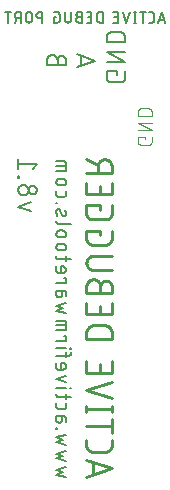
<source format=gbo>
G04 EAGLE Gerber RS-274X export*
G75*
%MOMM*%
%FSLAX34Y34*%
%LPD*%
%INBottom Silkscreen*%
%IPPOS*%
%AMOC8*
5,1,8,0,0,1.08239X$1,22.5*%
G01*
%ADD10C,0.203200*%
%ADD11C,0.279400*%
%ADD12C,0.177800*%
%ADD13C,0.127000*%
%ADD14C,0.101600*%


D10*
X103168Y400397D02*
X103168Y403022D01*
X94419Y403022D01*
X94419Y397773D01*
X94418Y397773D02*
X94420Y397656D01*
X94426Y397539D01*
X94436Y397423D01*
X94449Y397306D01*
X94467Y397191D01*
X94488Y397076D01*
X94513Y396962D01*
X94542Y396848D01*
X94575Y396736D01*
X94612Y396625D01*
X94652Y396515D01*
X94696Y396407D01*
X94743Y396300D01*
X94794Y396194D01*
X94849Y396091D01*
X94907Y395989D01*
X94968Y395890D01*
X95032Y395792D01*
X95100Y395697D01*
X95171Y395604D01*
X95245Y395513D01*
X95322Y395425D01*
X95402Y395340D01*
X95485Y395257D01*
X95570Y395177D01*
X95658Y395100D01*
X95749Y395026D01*
X95842Y394955D01*
X95937Y394887D01*
X96035Y394823D01*
X96134Y394762D01*
X96236Y394704D01*
X96339Y394649D01*
X96445Y394598D01*
X96552Y394551D01*
X96660Y394507D01*
X96770Y394467D01*
X96881Y394430D01*
X96993Y394397D01*
X97107Y394368D01*
X97221Y394343D01*
X97336Y394322D01*
X97451Y394304D01*
X97568Y394291D01*
X97684Y394281D01*
X97801Y394275D01*
X97918Y394273D01*
X106667Y394273D01*
X106784Y394275D01*
X106901Y394281D01*
X107017Y394291D01*
X107134Y394304D01*
X107249Y394322D01*
X107364Y394343D01*
X107478Y394368D01*
X107592Y394397D01*
X107704Y394430D01*
X107815Y394467D01*
X107925Y394507D01*
X108033Y394551D01*
X108140Y394598D01*
X108246Y394649D01*
X108349Y394704D01*
X108451Y394762D01*
X108550Y394823D01*
X108648Y394887D01*
X108743Y394955D01*
X108836Y395026D01*
X108927Y395100D01*
X109015Y395177D01*
X109100Y395257D01*
X109183Y395340D01*
X109263Y395425D01*
X109340Y395513D01*
X109414Y395604D01*
X109485Y395697D01*
X109553Y395792D01*
X109617Y395890D01*
X109678Y395989D01*
X109736Y396091D01*
X109791Y396194D01*
X109842Y396300D01*
X109889Y396407D01*
X109933Y396515D01*
X109973Y396625D01*
X110010Y396736D01*
X110043Y396848D01*
X110072Y396962D01*
X110097Y397076D01*
X110118Y397191D01*
X110136Y397306D01*
X110149Y397423D01*
X110159Y397539D01*
X110165Y397656D01*
X110167Y397773D01*
X110167Y403022D01*
X110167Y410946D02*
X94419Y410946D01*
X94419Y419695D02*
X110167Y410946D01*
X110167Y419695D02*
X94419Y419695D01*
X94419Y427620D02*
X110167Y427620D01*
X110167Y431994D01*
X110166Y431994D02*
X110164Y432124D01*
X110158Y432253D01*
X110149Y432382D01*
X110135Y432511D01*
X110118Y432640D01*
X110097Y432768D01*
X110072Y432895D01*
X110044Y433021D01*
X110011Y433147D01*
X109975Y433271D01*
X109936Y433395D01*
X109892Y433517D01*
X109845Y433638D01*
X109795Y433757D01*
X109741Y433875D01*
X109683Y433991D01*
X109622Y434106D01*
X109558Y434218D01*
X109491Y434329D01*
X109420Y434438D01*
X109346Y434544D01*
X109269Y434648D01*
X109189Y434750D01*
X109105Y434849D01*
X109019Y434946D01*
X108930Y435041D01*
X108839Y435132D01*
X108744Y435221D01*
X108647Y435307D01*
X108548Y435391D01*
X108446Y435471D01*
X108342Y435548D01*
X108236Y435622D01*
X108127Y435693D01*
X108016Y435760D01*
X107904Y435824D01*
X107789Y435885D01*
X107673Y435943D01*
X107555Y435997D01*
X107436Y436047D01*
X107315Y436094D01*
X107193Y436138D01*
X107069Y436177D01*
X106945Y436213D01*
X106819Y436246D01*
X106693Y436274D01*
X106566Y436299D01*
X106438Y436320D01*
X106309Y436337D01*
X106180Y436351D01*
X106051Y436360D01*
X105922Y436366D01*
X105792Y436368D01*
X98793Y436368D01*
X98663Y436366D01*
X98534Y436360D01*
X98405Y436351D01*
X98276Y436337D01*
X98147Y436320D01*
X98019Y436299D01*
X97892Y436274D01*
X97766Y436246D01*
X97640Y436213D01*
X97516Y436177D01*
X97392Y436138D01*
X97270Y436094D01*
X97149Y436047D01*
X97030Y435997D01*
X96912Y435943D01*
X96796Y435885D01*
X96681Y435824D01*
X96569Y435760D01*
X96458Y435693D01*
X96349Y435622D01*
X96243Y435548D01*
X96139Y435471D01*
X96037Y435391D01*
X95938Y435307D01*
X95841Y435221D01*
X95746Y435132D01*
X95655Y435041D01*
X95566Y434946D01*
X95480Y434849D01*
X95396Y434750D01*
X95316Y434648D01*
X95239Y434544D01*
X95165Y434438D01*
X95094Y434329D01*
X95027Y434218D01*
X94963Y434106D01*
X94902Y433991D01*
X94844Y433875D01*
X94790Y433757D01*
X94740Y433638D01*
X94693Y433517D01*
X94649Y433395D01*
X94610Y433271D01*
X94574Y433147D01*
X94541Y433021D01*
X94513Y432895D01*
X94488Y432768D01*
X94467Y432640D01*
X94450Y432511D01*
X94436Y432382D01*
X94427Y432253D01*
X94421Y432124D01*
X94419Y431994D01*
X94419Y427620D01*
X84767Y412222D02*
X69019Y406973D01*
X69019Y417472D02*
X84767Y412222D01*
X72956Y416159D02*
X72956Y408285D01*
X52827Y408478D02*
X52827Y412853D01*
X52825Y412984D01*
X52819Y413115D01*
X52809Y413245D01*
X52796Y413375D01*
X52778Y413505D01*
X52757Y413634D01*
X52731Y413762D01*
X52702Y413890D01*
X52669Y414017D01*
X52633Y414142D01*
X52592Y414267D01*
X52548Y414390D01*
X52500Y414512D01*
X52449Y414632D01*
X52394Y414751D01*
X52335Y414868D01*
X52273Y414983D01*
X52208Y415096D01*
X52139Y415208D01*
X52067Y415317D01*
X51992Y415424D01*
X51913Y415529D01*
X51832Y415631D01*
X51747Y415731D01*
X51659Y415828D01*
X51569Y415923D01*
X51476Y416015D01*
X51380Y416104D01*
X51281Y416190D01*
X51180Y416273D01*
X51077Y416353D01*
X50971Y416430D01*
X50863Y416503D01*
X50752Y416574D01*
X50640Y416641D01*
X50526Y416705D01*
X50410Y416765D01*
X50292Y416822D01*
X50172Y416875D01*
X50051Y416925D01*
X49928Y416971D01*
X49805Y417013D01*
X49680Y417051D01*
X49553Y417086D01*
X49426Y417117D01*
X49298Y417145D01*
X49170Y417168D01*
X49040Y417187D01*
X48910Y417203D01*
X48780Y417215D01*
X48649Y417223D01*
X48518Y417227D01*
X48388Y417227D01*
X48257Y417223D01*
X48126Y417215D01*
X47996Y417203D01*
X47866Y417187D01*
X47736Y417168D01*
X47608Y417145D01*
X47480Y417117D01*
X47353Y417086D01*
X47226Y417051D01*
X47101Y417013D01*
X46978Y416971D01*
X46855Y416925D01*
X46734Y416875D01*
X46614Y416822D01*
X46496Y416765D01*
X46380Y416705D01*
X46266Y416641D01*
X46154Y416574D01*
X46043Y416503D01*
X45935Y416430D01*
X45829Y416353D01*
X45726Y416273D01*
X45625Y416190D01*
X45526Y416104D01*
X45430Y416015D01*
X45337Y415923D01*
X45247Y415828D01*
X45159Y415731D01*
X45074Y415631D01*
X44993Y415529D01*
X44914Y415424D01*
X44839Y415317D01*
X44767Y415208D01*
X44698Y415096D01*
X44633Y414983D01*
X44571Y414868D01*
X44512Y414751D01*
X44457Y414632D01*
X44406Y414512D01*
X44358Y414390D01*
X44314Y414267D01*
X44273Y414142D01*
X44237Y414017D01*
X44204Y413890D01*
X44175Y413762D01*
X44149Y413634D01*
X44128Y413505D01*
X44110Y413375D01*
X44097Y413245D01*
X44087Y413115D01*
X44081Y412984D01*
X44079Y412853D01*
X44078Y412853D02*
X44078Y408478D01*
X59826Y408478D01*
X59826Y412853D01*
X59827Y412853D02*
X59825Y412971D01*
X59819Y413089D01*
X59809Y413207D01*
X59795Y413324D01*
X59777Y413441D01*
X59755Y413558D01*
X59730Y413673D01*
X59700Y413787D01*
X59666Y413901D01*
X59629Y414013D01*
X59588Y414124D01*
X59543Y414233D01*
X59495Y414341D01*
X59443Y414447D01*
X59387Y414552D01*
X59328Y414654D01*
X59266Y414754D01*
X59200Y414852D01*
X59131Y414948D01*
X59058Y415042D01*
X58983Y415133D01*
X58904Y415221D01*
X58823Y415307D01*
X58738Y415390D01*
X58651Y415470D01*
X58562Y415547D01*
X58469Y415621D01*
X58375Y415691D01*
X58278Y415759D01*
X58178Y415823D01*
X58077Y415884D01*
X57974Y415941D01*
X57868Y415995D01*
X57761Y416046D01*
X57653Y416092D01*
X57543Y416135D01*
X57431Y416174D01*
X57318Y416210D01*
X57204Y416241D01*
X57089Y416269D01*
X56974Y416293D01*
X56857Y416313D01*
X56740Y416329D01*
X56622Y416341D01*
X56504Y416349D01*
X56386Y416353D01*
X56268Y416353D01*
X56150Y416349D01*
X56032Y416341D01*
X55914Y416329D01*
X55797Y416313D01*
X55680Y416293D01*
X55565Y416269D01*
X55450Y416241D01*
X55336Y416210D01*
X55223Y416174D01*
X55111Y416135D01*
X55001Y416092D01*
X54893Y416046D01*
X54786Y415995D01*
X54680Y415941D01*
X54577Y415884D01*
X54476Y415823D01*
X54376Y415759D01*
X54279Y415691D01*
X54185Y415621D01*
X54092Y415547D01*
X54003Y415470D01*
X53916Y415390D01*
X53831Y415307D01*
X53750Y415221D01*
X53671Y415133D01*
X53596Y415042D01*
X53523Y414948D01*
X53454Y414852D01*
X53388Y414754D01*
X53326Y414654D01*
X53267Y414552D01*
X53211Y414447D01*
X53159Y414341D01*
X53111Y414233D01*
X53066Y414124D01*
X53025Y414013D01*
X52988Y413901D01*
X52954Y413787D01*
X52924Y413673D01*
X52899Y413558D01*
X52877Y413441D01*
X52859Y413324D01*
X52845Y413207D01*
X52835Y413089D01*
X52829Y412971D01*
X52827Y412853D01*
D11*
X98603Y67083D02*
X77267Y59971D01*
X77267Y74195D02*
X98603Y67083D01*
X82601Y72417D02*
X82601Y61749D01*
X77267Y85923D02*
X77267Y90665D01*
X77267Y85923D02*
X77269Y85788D01*
X77275Y85652D01*
X77284Y85517D01*
X77298Y85383D01*
X77315Y85248D01*
X77336Y85115D01*
X77361Y84981D01*
X77390Y84849D01*
X77423Y84718D01*
X77459Y84587D01*
X77499Y84458D01*
X77543Y84330D01*
X77590Y84203D01*
X77641Y84077D01*
X77695Y83954D01*
X77753Y83831D01*
X77815Y83711D01*
X77880Y83592D01*
X77948Y83475D01*
X78020Y83360D01*
X78094Y83247D01*
X78172Y83136D01*
X78254Y83028D01*
X78338Y82922D01*
X78425Y82818D01*
X78515Y82717D01*
X78608Y82619D01*
X78704Y82523D01*
X78802Y82430D01*
X78903Y82340D01*
X79007Y82253D01*
X79113Y82169D01*
X79221Y82087D01*
X79332Y82009D01*
X79445Y81935D01*
X79560Y81863D01*
X79677Y81795D01*
X79796Y81730D01*
X79916Y81668D01*
X80039Y81610D01*
X80162Y81556D01*
X80288Y81505D01*
X80415Y81458D01*
X80543Y81414D01*
X80672Y81374D01*
X80803Y81338D01*
X80934Y81305D01*
X81066Y81276D01*
X81200Y81251D01*
X81333Y81230D01*
X81468Y81213D01*
X81602Y81199D01*
X81737Y81190D01*
X81873Y81184D01*
X82008Y81182D01*
X93862Y81182D01*
X93997Y81184D01*
X94133Y81190D01*
X94268Y81199D01*
X94402Y81213D01*
X94537Y81230D01*
X94670Y81251D01*
X94804Y81276D01*
X94936Y81305D01*
X95067Y81338D01*
X95198Y81374D01*
X95327Y81414D01*
X95455Y81458D01*
X95582Y81505D01*
X95708Y81556D01*
X95831Y81610D01*
X95954Y81668D01*
X96074Y81730D01*
X96193Y81795D01*
X96310Y81863D01*
X96425Y81935D01*
X96538Y82009D01*
X96649Y82087D01*
X96757Y82169D01*
X96863Y82253D01*
X96967Y82340D01*
X97068Y82430D01*
X97166Y82523D01*
X97262Y82619D01*
X97355Y82717D01*
X97445Y82818D01*
X97532Y82922D01*
X97616Y83028D01*
X97698Y83136D01*
X97776Y83247D01*
X97850Y83360D01*
X97922Y83475D01*
X97990Y83592D01*
X98055Y83711D01*
X98117Y83831D01*
X98175Y83953D01*
X98229Y84077D01*
X98280Y84203D01*
X98327Y84330D01*
X98371Y84458D01*
X98411Y84587D01*
X98447Y84718D01*
X98480Y84849D01*
X98509Y84981D01*
X98534Y85115D01*
X98555Y85248D01*
X98572Y85383D01*
X98586Y85517D01*
X98595Y85652D01*
X98601Y85788D01*
X98603Y85923D01*
X98603Y90665D01*
X98603Y102531D02*
X77267Y102531D01*
X98603Y96604D02*
X98603Y108458D01*
X98603Y117245D02*
X77267Y117245D01*
X77267Y114874D02*
X77267Y119616D01*
X98603Y119616D02*
X98603Y114874D01*
X98603Y126185D02*
X77267Y133297D01*
X98603Y140409D01*
X77267Y148142D02*
X77267Y157624D01*
X77267Y148142D02*
X98603Y148142D01*
X98603Y157624D01*
X89120Y155254D02*
X89120Y148142D01*
X98603Y176194D02*
X77267Y176194D01*
X98603Y176194D02*
X98603Y182121D01*
X98601Y182274D01*
X98595Y182426D01*
X98585Y182578D01*
X98572Y182730D01*
X98554Y182882D01*
X98532Y183033D01*
X98507Y183184D01*
X98478Y183333D01*
X98445Y183482D01*
X98408Y183630D01*
X98367Y183778D01*
X98322Y183923D01*
X98274Y184068D01*
X98222Y184212D01*
X98166Y184354D01*
X98107Y184494D01*
X98044Y184634D01*
X97978Y184771D01*
X97908Y184907D01*
X97834Y185040D01*
X97757Y185172D01*
X97677Y185302D01*
X97593Y185430D01*
X97507Y185555D01*
X97417Y185678D01*
X97323Y185799D01*
X97227Y185918D01*
X97128Y186034D01*
X97026Y186147D01*
X96921Y186258D01*
X96813Y186366D01*
X96702Y186471D01*
X96589Y186573D01*
X96473Y186672D01*
X96354Y186768D01*
X96233Y186862D01*
X96110Y186952D01*
X95985Y187039D01*
X95857Y187122D01*
X95727Y187202D01*
X95595Y187279D01*
X95462Y187353D01*
X95326Y187423D01*
X95189Y187489D01*
X95049Y187552D01*
X94909Y187611D01*
X94767Y187667D01*
X94623Y187719D01*
X94478Y187767D01*
X94332Y187812D01*
X94185Y187853D01*
X94037Y187890D01*
X93888Y187923D01*
X93739Y187952D01*
X93588Y187977D01*
X93437Y187999D01*
X93285Y188017D01*
X93133Y188030D01*
X92981Y188040D01*
X92829Y188046D01*
X92676Y188048D01*
X92676Y188047D02*
X83194Y188047D01*
X83194Y188048D02*
X83041Y188046D01*
X82889Y188040D01*
X82737Y188030D01*
X82585Y188017D01*
X82433Y187999D01*
X82282Y187977D01*
X82131Y187952D01*
X81982Y187923D01*
X81833Y187890D01*
X81685Y187853D01*
X81537Y187812D01*
X81392Y187767D01*
X81247Y187719D01*
X81103Y187667D01*
X80961Y187611D01*
X80821Y187552D01*
X80681Y187489D01*
X80544Y187423D01*
X80408Y187353D01*
X80275Y187279D01*
X80143Y187202D01*
X80013Y187122D01*
X79885Y187039D01*
X79760Y186952D01*
X79637Y186862D01*
X79516Y186768D01*
X79397Y186672D01*
X79281Y186573D01*
X79168Y186471D01*
X79057Y186366D01*
X78949Y186258D01*
X78844Y186147D01*
X78742Y186034D01*
X78643Y185918D01*
X78547Y185799D01*
X78453Y185678D01*
X78363Y185555D01*
X78277Y185430D01*
X78193Y185302D01*
X78113Y185172D01*
X78036Y185040D01*
X77962Y184907D01*
X77892Y184771D01*
X77826Y184634D01*
X77763Y184495D01*
X77704Y184354D01*
X77648Y184212D01*
X77596Y184068D01*
X77548Y183924D01*
X77503Y183778D01*
X77462Y183630D01*
X77425Y183482D01*
X77392Y183333D01*
X77363Y183184D01*
X77338Y183033D01*
X77316Y182882D01*
X77298Y182730D01*
X77285Y182578D01*
X77275Y182426D01*
X77269Y182274D01*
X77267Y182121D01*
X77267Y176194D01*
X77267Y197635D02*
X77267Y207117D01*
X77267Y197635D02*
X98603Y197635D01*
X98603Y207117D01*
X89120Y204747D02*
X89120Y197635D01*
X89120Y215224D02*
X89120Y221151D01*
X89121Y221151D02*
X89119Y221304D01*
X89113Y221456D01*
X89103Y221608D01*
X89090Y221760D01*
X89072Y221912D01*
X89050Y222063D01*
X89025Y222214D01*
X88996Y222363D01*
X88963Y222512D01*
X88926Y222660D01*
X88885Y222808D01*
X88840Y222953D01*
X88792Y223098D01*
X88740Y223242D01*
X88684Y223384D01*
X88625Y223524D01*
X88562Y223664D01*
X88496Y223801D01*
X88426Y223937D01*
X88352Y224070D01*
X88275Y224202D01*
X88195Y224332D01*
X88111Y224460D01*
X88025Y224585D01*
X87935Y224708D01*
X87841Y224829D01*
X87745Y224948D01*
X87646Y225064D01*
X87544Y225177D01*
X87439Y225288D01*
X87331Y225396D01*
X87220Y225501D01*
X87107Y225603D01*
X86991Y225702D01*
X86872Y225798D01*
X86751Y225892D01*
X86628Y225982D01*
X86503Y226068D01*
X86375Y226152D01*
X86245Y226232D01*
X86113Y226309D01*
X85980Y226383D01*
X85844Y226453D01*
X85707Y226519D01*
X85567Y226582D01*
X85427Y226641D01*
X85285Y226697D01*
X85141Y226749D01*
X84996Y226797D01*
X84851Y226842D01*
X84703Y226883D01*
X84555Y226920D01*
X84406Y226953D01*
X84257Y226982D01*
X84106Y227007D01*
X83955Y227029D01*
X83803Y227047D01*
X83651Y227060D01*
X83499Y227070D01*
X83347Y227076D01*
X83194Y227078D01*
X83041Y227076D01*
X82889Y227070D01*
X82737Y227060D01*
X82585Y227047D01*
X82433Y227029D01*
X82282Y227007D01*
X82131Y226982D01*
X81982Y226953D01*
X81833Y226920D01*
X81685Y226883D01*
X81537Y226842D01*
X81392Y226797D01*
X81247Y226749D01*
X81103Y226697D01*
X80961Y226641D01*
X80821Y226582D01*
X80681Y226519D01*
X80544Y226453D01*
X80408Y226383D01*
X80275Y226309D01*
X80143Y226232D01*
X80013Y226152D01*
X79885Y226068D01*
X79760Y225982D01*
X79637Y225892D01*
X79516Y225798D01*
X79397Y225702D01*
X79281Y225603D01*
X79168Y225501D01*
X79057Y225396D01*
X78949Y225288D01*
X78844Y225177D01*
X78742Y225064D01*
X78643Y224948D01*
X78547Y224829D01*
X78453Y224708D01*
X78363Y224585D01*
X78277Y224460D01*
X78193Y224332D01*
X78113Y224202D01*
X78036Y224070D01*
X77962Y223937D01*
X77892Y223801D01*
X77826Y223664D01*
X77763Y223524D01*
X77704Y223384D01*
X77648Y223242D01*
X77596Y223098D01*
X77548Y222953D01*
X77503Y222808D01*
X77462Y222660D01*
X77425Y222512D01*
X77392Y222363D01*
X77363Y222214D01*
X77338Y222063D01*
X77316Y221912D01*
X77298Y221760D01*
X77285Y221608D01*
X77275Y221456D01*
X77269Y221304D01*
X77267Y221151D01*
X77267Y215224D01*
X98603Y215224D01*
X98603Y221151D01*
X98601Y221288D01*
X98595Y221424D01*
X98585Y221560D01*
X98572Y221696D01*
X98554Y221832D01*
X98532Y221967D01*
X98507Y222101D01*
X98478Y222234D01*
X98444Y222367D01*
X98407Y222499D01*
X98367Y222629D01*
X98322Y222758D01*
X98274Y222886D01*
X98222Y223013D01*
X98167Y223137D01*
X98108Y223261D01*
X98045Y223382D01*
X97979Y223502D01*
X97910Y223619D01*
X97837Y223735D01*
X97761Y223849D01*
X97681Y223960D01*
X97599Y224069D01*
X97513Y224175D01*
X97425Y224279D01*
X97333Y224380D01*
X97238Y224479D01*
X97141Y224575D01*
X97041Y224668D01*
X96938Y224758D01*
X96833Y224845D01*
X96726Y224930D01*
X96615Y225011D01*
X96503Y225088D01*
X96388Y225163D01*
X96272Y225234D01*
X96153Y225302D01*
X96033Y225366D01*
X95910Y225427D01*
X95786Y225484D01*
X95661Y225538D01*
X95533Y225588D01*
X95405Y225634D01*
X95275Y225677D01*
X95144Y225715D01*
X95012Y225750D01*
X94879Y225782D01*
X94745Y225809D01*
X94610Y225833D01*
X94475Y225852D01*
X94339Y225868D01*
X94203Y225880D01*
X94067Y225888D01*
X93930Y225892D01*
X93794Y225892D01*
X93657Y225888D01*
X93521Y225880D01*
X93385Y225868D01*
X93249Y225852D01*
X93114Y225833D01*
X92979Y225809D01*
X92845Y225782D01*
X92712Y225750D01*
X92580Y225715D01*
X92449Y225677D01*
X92319Y225634D01*
X92191Y225588D01*
X92063Y225538D01*
X91938Y225484D01*
X91814Y225427D01*
X91691Y225366D01*
X91571Y225302D01*
X91452Y225234D01*
X91336Y225163D01*
X91221Y225088D01*
X91109Y225011D01*
X90998Y224930D01*
X90891Y224845D01*
X90786Y224758D01*
X90683Y224668D01*
X90583Y224575D01*
X90486Y224479D01*
X90391Y224380D01*
X90299Y224279D01*
X90211Y224175D01*
X90125Y224069D01*
X90043Y223960D01*
X89963Y223849D01*
X89887Y223735D01*
X89814Y223619D01*
X89745Y223502D01*
X89679Y223382D01*
X89616Y223261D01*
X89557Y223137D01*
X89502Y223013D01*
X89450Y222886D01*
X89402Y222758D01*
X89357Y222629D01*
X89317Y222499D01*
X89280Y222367D01*
X89246Y222234D01*
X89217Y222101D01*
X89192Y221967D01*
X89170Y221832D01*
X89152Y221696D01*
X89139Y221560D01*
X89129Y221424D01*
X89123Y221288D01*
X89121Y221151D01*
X83194Y235050D02*
X98603Y235050D01*
X83194Y235050D02*
X83041Y235052D01*
X82889Y235058D01*
X82737Y235068D01*
X82585Y235081D01*
X82433Y235099D01*
X82282Y235121D01*
X82131Y235146D01*
X81982Y235175D01*
X81833Y235208D01*
X81685Y235245D01*
X81537Y235286D01*
X81392Y235331D01*
X81247Y235379D01*
X81103Y235431D01*
X80961Y235487D01*
X80821Y235546D01*
X80681Y235609D01*
X80544Y235675D01*
X80408Y235745D01*
X80275Y235819D01*
X80143Y235896D01*
X80013Y235976D01*
X79885Y236060D01*
X79760Y236146D01*
X79637Y236236D01*
X79516Y236330D01*
X79397Y236426D01*
X79281Y236525D01*
X79168Y236627D01*
X79057Y236732D01*
X78949Y236840D01*
X78844Y236951D01*
X78742Y237064D01*
X78643Y237180D01*
X78547Y237299D01*
X78453Y237420D01*
X78363Y237543D01*
X78277Y237668D01*
X78193Y237796D01*
X78113Y237926D01*
X78036Y238058D01*
X77962Y238191D01*
X77892Y238327D01*
X77826Y238464D01*
X77763Y238604D01*
X77704Y238744D01*
X77648Y238886D01*
X77596Y239030D01*
X77548Y239175D01*
X77503Y239320D01*
X77462Y239468D01*
X77425Y239616D01*
X77392Y239765D01*
X77363Y239914D01*
X77338Y240065D01*
X77316Y240216D01*
X77298Y240368D01*
X77285Y240520D01*
X77275Y240672D01*
X77269Y240824D01*
X77267Y240977D01*
X77269Y241130D01*
X77275Y241282D01*
X77285Y241434D01*
X77298Y241586D01*
X77316Y241738D01*
X77338Y241889D01*
X77363Y242040D01*
X77392Y242189D01*
X77425Y242338D01*
X77462Y242486D01*
X77503Y242634D01*
X77548Y242779D01*
X77596Y242924D01*
X77648Y243068D01*
X77704Y243210D01*
X77763Y243350D01*
X77826Y243490D01*
X77892Y243627D01*
X77962Y243763D01*
X78036Y243896D01*
X78113Y244028D01*
X78193Y244158D01*
X78277Y244286D01*
X78363Y244411D01*
X78453Y244534D01*
X78547Y244655D01*
X78643Y244774D01*
X78742Y244890D01*
X78844Y245003D01*
X78949Y245114D01*
X79057Y245222D01*
X79168Y245327D01*
X79281Y245429D01*
X79397Y245528D01*
X79516Y245624D01*
X79637Y245718D01*
X79760Y245808D01*
X79885Y245894D01*
X80013Y245978D01*
X80143Y246058D01*
X80275Y246135D01*
X80408Y246209D01*
X80544Y246279D01*
X80681Y246345D01*
X80821Y246408D01*
X80961Y246467D01*
X81103Y246523D01*
X81247Y246575D01*
X81392Y246623D01*
X81537Y246668D01*
X81685Y246709D01*
X81833Y246746D01*
X81982Y246779D01*
X82131Y246808D01*
X82282Y246833D01*
X82433Y246855D01*
X82585Y246873D01*
X82737Y246886D01*
X82889Y246896D01*
X83041Y246902D01*
X83194Y246904D01*
X98603Y246904D01*
X89120Y264750D02*
X89120Y268306D01*
X77267Y268306D01*
X77267Y261194D01*
X77269Y261059D01*
X77275Y260923D01*
X77284Y260788D01*
X77298Y260654D01*
X77315Y260519D01*
X77336Y260386D01*
X77361Y260252D01*
X77390Y260120D01*
X77423Y259989D01*
X77459Y259858D01*
X77499Y259729D01*
X77543Y259601D01*
X77590Y259474D01*
X77641Y259348D01*
X77695Y259225D01*
X77753Y259102D01*
X77815Y258982D01*
X77880Y258863D01*
X77948Y258746D01*
X78020Y258631D01*
X78094Y258518D01*
X78172Y258407D01*
X78254Y258299D01*
X78338Y258193D01*
X78425Y258089D01*
X78515Y257988D01*
X78608Y257890D01*
X78704Y257794D01*
X78802Y257701D01*
X78903Y257611D01*
X79007Y257524D01*
X79113Y257440D01*
X79221Y257358D01*
X79332Y257280D01*
X79445Y257206D01*
X79560Y257134D01*
X79677Y257066D01*
X79796Y257001D01*
X79916Y256939D01*
X80039Y256881D01*
X80162Y256827D01*
X80288Y256776D01*
X80415Y256729D01*
X80543Y256685D01*
X80672Y256645D01*
X80803Y256609D01*
X80934Y256576D01*
X81066Y256547D01*
X81200Y256522D01*
X81333Y256501D01*
X81468Y256484D01*
X81602Y256470D01*
X81737Y256461D01*
X81873Y256455D01*
X82008Y256453D01*
X93862Y256453D01*
X93997Y256455D01*
X94133Y256461D01*
X94268Y256470D01*
X94402Y256484D01*
X94537Y256501D01*
X94670Y256522D01*
X94804Y256547D01*
X94936Y256576D01*
X95067Y256609D01*
X95198Y256645D01*
X95327Y256685D01*
X95455Y256729D01*
X95582Y256776D01*
X95708Y256827D01*
X95831Y256881D01*
X95954Y256939D01*
X96074Y257001D01*
X96193Y257066D01*
X96310Y257134D01*
X96425Y257206D01*
X96538Y257280D01*
X96649Y257358D01*
X96757Y257440D01*
X96863Y257524D01*
X96967Y257611D01*
X97068Y257701D01*
X97166Y257794D01*
X97262Y257890D01*
X97355Y257988D01*
X97445Y258089D01*
X97532Y258193D01*
X97616Y258299D01*
X97698Y258407D01*
X97776Y258518D01*
X97850Y258631D01*
X97922Y258746D01*
X97990Y258863D01*
X98055Y258982D01*
X98117Y259102D01*
X98175Y259224D01*
X98229Y259348D01*
X98280Y259474D01*
X98327Y259601D01*
X98371Y259729D01*
X98411Y259858D01*
X98447Y259989D01*
X98480Y260120D01*
X98509Y260252D01*
X98534Y260386D01*
X98555Y260519D01*
X98572Y260654D01*
X98586Y260788D01*
X98595Y260923D01*
X98601Y261059D01*
X98603Y261194D01*
X98603Y268306D01*
X89120Y286152D02*
X89120Y289708D01*
X77267Y289708D01*
X77267Y282596D01*
X77269Y282461D01*
X77275Y282325D01*
X77284Y282190D01*
X77298Y282056D01*
X77315Y281921D01*
X77336Y281788D01*
X77361Y281654D01*
X77390Y281522D01*
X77423Y281391D01*
X77459Y281260D01*
X77499Y281131D01*
X77543Y281003D01*
X77590Y280876D01*
X77641Y280750D01*
X77695Y280627D01*
X77753Y280504D01*
X77815Y280384D01*
X77880Y280265D01*
X77948Y280148D01*
X78020Y280033D01*
X78094Y279920D01*
X78172Y279809D01*
X78254Y279701D01*
X78338Y279595D01*
X78425Y279491D01*
X78515Y279390D01*
X78608Y279292D01*
X78704Y279196D01*
X78802Y279103D01*
X78903Y279013D01*
X79007Y278926D01*
X79113Y278842D01*
X79221Y278760D01*
X79332Y278682D01*
X79445Y278608D01*
X79560Y278536D01*
X79677Y278468D01*
X79796Y278403D01*
X79916Y278341D01*
X80039Y278283D01*
X80162Y278229D01*
X80288Y278178D01*
X80415Y278131D01*
X80543Y278087D01*
X80672Y278047D01*
X80803Y278011D01*
X80934Y277978D01*
X81066Y277949D01*
X81200Y277924D01*
X81333Y277903D01*
X81468Y277886D01*
X81602Y277872D01*
X81737Y277863D01*
X81873Y277857D01*
X82008Y277855D01*
X93862Y277855D01*
X93997Y277857D01*
X94133Y277863D01*
X94268Y277872D01*
X94402Y277886D01*
X94537Y277903D01*
X94670Y277924D01*
X94804Y277949D01*
X94936Y277978D01*
X95067Y278011D01*
X95198Y278047D01*
X95327Y278087D01*
X95455Y278131D01*
X95582Y278178D01*
X95708Y278229D01*
X95831Y278283D01*
X95954Y278341D01*
X96074Y278403D01*
X96193Y278468D01*
X96310Y278536D01*
X96425Y278608D01*
X96538Y278682D01*
X96649Y278760D01*
X96757Y278842D01*
X96863Y278926D01*
X96967Y279013D01*
X97068Y279103D01*
X97166Y279196D01*
X97262Y279292D01*
X97355Y279390D01*
X97445Y279491D01*
X97532Y279595D01*
X97616Y279701D01*
X97698Y279809D01*
X97776Y279920D01*
X97850Y280033D01*
X97922Y280148D01*
X97990Y280265D01*
X98055Y280384D01*
X98117Y280504D01*
X98175Y280626D01*
X98229Y280750D01*
X98280Y280876D01*
X98327Y281003D01*
X98371Y281131D01*
X98411Y281260D01*
X98447Y281391D01*
X98480Y281522D01*
X98509Y281654D01*
X98534Y281788D01*
X98555Y281921D01*
X98572Y282056D01*
X98586Y282190D01*
X98595Y282325D01*
X98601Y282461D01*
X98603Y282596D01*
X98603Y289708D01*
X77267Y299296D02*
X77267Y308778D01*
X77267Y299296D02*
X98603Y299296D01*
X98603Y308778D01*
X89120Y306408D02*
X89120Y299296D01*
X98603Y316750D02*
X77267Y316750D01*
X98603Y316750D02*
X98603Y322676D01*
X98601Y322829D01*
X98595Y322981D01*
X98585Y323133D01*
X98572Y323285D01*
X98554Y323437D01*
X98532Y323588D01*
X98507Y323739D01*
X98478Y323888D01*
X98445Y324037D01*
X98408Y324185D01*
X98367Y324333D01*
X98322Y324478D01*
X98274Y324623D01*
X98222Y324767D01*
X98166Y324909D01*
X98107Y325049D01*
X98044Y325189D01*
X97978Y325326D01*
X97908Y325462D01*
X97834Y325595D01*
X97757Y325727D01*
X97677Y325857D01*
X97593Y325985D01*
X97507Y326110D01*
X97417Y326233D01*
X97323Y326354D01*
X97227Y326473D01*
X97128Y326589D01*
X97026Y326702D01*
X96921Y326813D01*
X96813Y326921D01*
X96702Y327026D01*
X96589Y327128D01*
X96473Y327227D01*
X96354Y327323D01*
X96233Y327417D01*
X96110Y327507D01*
X95985Y327593D01*
X95857Y327677D01*
X95727Y327757D01*
X95595Y327834D01*
X95462Y327908D01*
X95326Y327978D01*
X95189Y328044D01*
X95049Y328107D01*
X94909Y328166D01*
X94767Y328222D01*
X94623Y328274D01*
X94478Y328322D01*
X94333Y328367D01*
X94185Y328408D01*
X94037Y328445D01*
X93888Y328478D01*
X93739Y328507D01*
X93588Y328532D01*
X93437Y328554D01*
X93285Y328572D01*
X93133Y328585D01*
X92981Y328595D01*
X92829Y328601D01*
X92676Y328603D01*
X92523Y328601D01*
X92371Y328595D01*
X92219Y328585D01*
X92067Y328572D01*
X91915Y328554D01*
X91764Y328532D01*
X91613Y328507D01*
X91464Y328478D01*
X91315Y328445D01*
X91167Y328408D01*
X91019Y328367D01*
X90874Y328322D01*
X90729Y328274D01*
X90585Y328222D01*
X90443Y328166D01*
X90303Y328107D01*
X90163Y328044D01*
X90026Y327978D01*
X89890Y327908D01*
X89757Y327834D01*
X89625Y327757D01*
X89495Y327677D01*
X89367Y327593D01*
X89242Y327507D01*
X89119Y327417D01*
X88998Y327323D01*
X88879Y327227D01*
X88763Y327128D01*
X88650Y327026D01*
X88539Y326921D01*
X88431Y326813D01*
X88326Y326702D01*
X88224Y326589D01*
X88125Y326473D01*
X88029Y326354D01*
X87935Y326233D01*
X87845Y326110D01*
X87759Y325985D01*
X87675Y325857D01*
X87595Y325727D01*
X87518Y325595D01*
X87444Y325462D01*
X87374Y325326D01*
X87308Y325189D01*
X87245Y325049D01*
X87186Y324909D01*
X87130Y324767D01*
X87078Y324623D01*
X87030Y324478D01*
X86985Y324333D01*
X86944Y324185D01*
X86907Y324037D01*
X86874Y323888D01*
X86845Y323739D01*
X86820Y323588D01*
X86798Y323437D01*
X86780Y323285D01*
X86767Y323133D01*
X86757Y322981D01*
X86751Y322829D01*
X86749Y322676D01*
X86750Y322676D02*
X86750Y316750D01*
X86750Y323862D02*
X77267Y328603D01*
D12*
X51782Y61739D02*
X60079Y59665D01*
X57313Y63814D02*
X51782Y61739D01*
X51782Y65888D02*
X57313Y63814D01*
X60079Y67962D02*
X51782Y65888D01*
X51782Y75394D02*
X60079Y73320D01*
X57313Y77469D02*
X51782Y75394D01*
X51782Y79543D02*
X57313Y77469D01*
X60079Y81617D02*
X51782Y79543D01*
X51782Y89049D02*
X60079Y86975D01*
X57313Y91124D02*
X51782Y89049D01*
X51782Y93198D02*
X57313Y91124D01*
X60079Y95272D02*
X51782Y93198D01*
X51782Y100166D02*
X52473Y100166D01*
X52473Y100857D01*
X51782Y100857D01*
X51782Y100166D01*
X56622Y108189D02*
X56622Y111301D01*
X56622Y108189D02*
X56620Y108092D01*
X56614Y107994D01*
X56604Y107897D01*
X56591Y107801D01*
X56573Y107705D01*
X56552Y107610D01*
X56526Y107516D01*
X56497Y107423D01*
X56465Y107331D01*
X56428Y107240D01*
X56388Y107152D01*
X56345Y107064D01*
X56298Y106979D01*
X56247Y106896D01*
X56194Y106814D01*
X56137Y106735D01*
X56077Y106658D01*
X56013Y106584D01*
X55947Y106513D01*
X55878Y106444D01*
X55807Y106378D01*
X55733Y106314D01*
X55656Y106254D01*
X55577Y106197D01*
X55495Y106144D01*
X55412Y106093D01*
X55327Y106046D01*
X55239Y106003D01*
X55151Y105963D01*
X55060Y105926D01*
X54968Y105894D01*
X54875Y105865D01*
X54781Y105839D01*
X54686Y105818D01*
X54590Y105800D01*
X54494Y105787D01*
X54397Y105777D01*
X54299Y105771D01*
X54202Y105769D01*
X54105Y105771D01*
X54007Y105777D01*
X53910Y105787D01*
X53814Y105800D01*
X53718Y105818D01*
X53623Y105839D01*
X53529Y105865D01*
X53436Y105894D01*
X53344Y105926D01*
X53253Y105963D01*
X53165Y106003D01*
X53077Y106046D01*
X52992Y106093D01*
X52909Y106144D01*
X52827Y106197D01*
X52748Y106254D01*
X52671Y106314D01*
X52597Y106378D01*
X52526Y106444D01*
X52457Y106513D01*
X52391Y106584D01*
X52327Y106658D01*
X52267Y106735D01*
X52210Y106814D01*
X52157Y106896D01*
X52106Y106979D01*
X52059Y107064D01*
X52016Y107152D01*
X51976Y107240D01*
X51939Y107331D01*
X51907Y107423D01*
X51878Y107516D01*
X51852Y107610D01*
X51831Y107705D01*
X51813Y107801D01*
X51800Y107897D01*
X51790Y107994D01*
X51784Y108092D01*
X51782Y108189D01*
X51782Y111301D01*
X58005Y111301D01*
X58005Y111300D02*
X58093Y111298D01*
X58181Y111293D01*
X58268Y111283D01*
X58356Y111270D01*
X58442Y111253D01*
X58528Y111233D01*
X58612Y111209D01*
X58696Y111182D01*
X58778Y111150D01*
X58859Y111116D01*
X58939Y111078D01*
X59016Y111037D01*
X59092Y110992D01*
X59166Y110944D01*
X59238Y110893D01*
X59308Y110840D01*
X59375Y110783D01*
X59440Y110723D01*
X59502Y110661D01*
X59562Y110596D01*
X59619Y110529D01*
X59672Y110459D01*
X59723Y110387D01*
X59771Y110313D01*
X59816Y110237D01*
X59857Y110160D01*
X59895Y110080D01*
X59929Y109999D01*
X59961Y109917D01*
X59988Y109833D01*
X60012Y109749D01*
X60032Y109663D01*
X60049Y109577D01*
X60062Y109489D01*
X60072Y109402D01*
X60077Y109314D01*
X60079Y109226D01*
X60079Y106460D01*
X51782Y119468D02*
X51782Y122234D01*
X51782Y119468D02*
X51784Y119380D01*
X51789Y119292D01*
X51799Y119205D01*
X51812Y119117D01*
X51829Y119031D01*
X51849Y118945D01*
X51873Y118861D01*
X51900Y118777D01*
X51932Y118695D01*
X51966Y118614D01*
X52004Y118534D01*
X52045Y118457D01*
X52090Y118381D01*
X52138Y118307D01*
X52189Y118235D01*
X52242Y118165D01*
X52299Y118098D01*
X52359Y118033D01*
X52421Y117971D01*
X52486Y117911D01*
X52553Y117854D01*
X52623Y117801D01*
X52695Y117750D01*
X52769Y117702D01*
X52845Y117657D01*
X52922Y117616D01*
X53002Y117578D01*
X53083Y117544D01*
X53165Y117512D01*
X53249Y117485D01*
X53333Y117461D01*
X53419Y117441D01*
X53505Y117424D01*
X53593Y117411D01*
X53680Y117401D01*
X53768Y117396D01*
X53856Y117394D01*
X58005Y117394D01*
X58093Y117396D01*
X58181Y117401D01*
X58268Y117411D01*
X58356Y117424D01*
X58442Y117441D01*
X58528Y117461D01*
X58612Y117485D01*
X58696Y117512D01*
X58778Y117544D01*
X58859Y117578D01*
X58939Y117616D01*
X59016Y117657D01*
X59092Y117702D01*
X59166Y117750D01*
X59238Y117801D01*
X59308Y117854D01*
X59375Y117911D01*
X59440Y117971D01*
X59502Y118033D01*
X59562Y118098D01*
X59619Y118165D01*
X59672Y118235D01*
X59723Y118307D01*
X59771Y118381D01*
X59816Y118457D01*
X59857Y118534D01*
X59895Y118614D01*
X59929Y118695D01*
X59961Y118777D01*
X59988Y118861D01*
X60012Y118945D01*
X60032Y119031D01*
X60049Y119117D01*
X60062Y119205D01*
X60072Y119292D01*
X60077Y119380D01*
X60079Y119468D01*
X60079Y122234D01*
X60079Y126042D02*
X60079Y130190D01*
X64228Y127424D02*
X53856Y127424D01*
X53856Y127425D02*
X53768Y127427D01*
X53680Y127432D01*
X53593Y127442D01*
X53505Y127455D01*
X53419Y127472D01*
X53333Y127492D01*
X53249Y127516D01*
X53165Y127543D01*
X53083Y127575D01*
X53002Y127609D01*
X52922Y127647D01*
X52845Y127688D01*
X52769Y127733D01*
X52695Y127781D01*
X52623Y127832D01*
X52553Y127885D01*
X52486Y127942D01*
X52421Y128002D01*
X52359Y128064D01*
X52299Y128129D01*
X52242Y128196D01*
X52188Y128266D01*
X52138Y128338D01*
X52090Y128412D01*
X52045Y128488D01*
X52004Y128565D01*
X51966Y128645D01*
X51932Y128726D01*
X51900Y128808D01*
X51873Y128892D01*
X51849Y128976D01*
X51829Y129062D01*
X51812Y129149D01*
X51799Y129236D01*
X51789Y129323D01*
X51784Y129411D01*
X51782Y129499D01*
X51782Y130190D01*
X51782Y135076D02*
X60079Y135076D01*
X63536Y134730D02*
X64228Y134730D01*
X64228Y135422D01*
X63536Y135422D01*
X63536Y134730D01*
X60079Y139991D02*
X51782Y142757D01*
X60079Y145523D01*
X51782Y152733D02*
X51782Y156191D01*
X51782Y152733D02*
X51784Y152645D01*
X51789Y152557D01*
X51799Y152470D01*
X51812Y152382D01*
X51829Y152296D01*
X51849Y152210D01*
X51873Y152126D01*
X51900Y152042D01*
X51932Y151960D01*
X51966Y151879D01*
X52004Y151799D01*
X52045Y151722D01*
X52090Y151646D01*
X52138Y151572D01*
X52189Y151500D01*
X52242Y151430D01*
X52299Y151363D01*
X52359Y151298D01*
X52421Y151236D01*
X52486Y151176D01*
X52553Y151119D01*
X52623Y151066D01*
X52695Y151015D01*
X52769Y150967D01*
X52845Y150922D01*
X52922Y150881D01*
X53002Y150843D01*
X53083Y150809D01*
X53165Y150777D01*
X53249Y150750D01*
X53333Y150726D01*
X53419Y150706D01*
X53505Y150689D01*
X53593Y150676D01*
X53680Y150666D01*
X53768Y150661D01*
X53856Y150659D01*
X57313Y150659D01*
X57416Y150661D01*
X57520Y150667D01*
X57623Y150676D01*
X57725Y150690D01*
X57827Y150707D01*
X57928Y150728D01*
X58029Y150753D01*
X58128Y150782D01*
X58227Y150814D01*
X58324Y150850D01*
X58419Y150890D01*
X58513Y150933D01*
X58605Y150980D01*
X58696Y151030D01*
X58785Y151083D01*
X58871Y151140D01*
X58956Y151199D01*
X59038Y151262D01*
X59117Y151328D01*
X59194Y151397D01*
X59269Y151469D01*
X59341Y151544D01*
X59410Y151621D01*
X59476Y151700D01*
X59539Y151782D01*
X59598Y151867D01*
X59655Y151953D01*
X59708Y152042D01*
X59758Y152133D01*
X59805Y152225D01*
X59848Y152319D01*
X59888Y152414D01*
X59924Y152511D01*
X59956Y152610D01*
X59985Y152709D01*
X60010Y152810D01*
X60031Y152911D01*
X60048Y153013D01*
X60062Y153115D01*
X60071Y153218D01*
X60077Y153322D01*
X60079Y153425D01*
X60077Y153528D01*
X60071Y153632D01*
X60062Y153735D01*
X60048Y153837D01*
X60031Y153939D01*
X60010Y154040D01*
X59985Y154141D01*
X59956Y154240D01*
X59924Y154339D01*
X59888Y154436D01*
X59848Y154531D01*
X59805Y154625D01*
X59758Y154717D01*
X59708Y154808D01*
X59655Y154897D01*
X59598Y154983D01*
X59539Y155068D01*
X59476Y155150D01*
X59410Y155229D01*
X59341Y155306D01*
X59269Y155381D01*
X59194Y155453D01*
X59117Y155522D01*
X59038Y155588D01*
X58956Y155651D01*
X58871Y155710D01*
X58785Y155767D01*
X58696Y155820D01*
X58605Y155870D01*
X58513Y155917D01*
X58419Y155960D01*
X58324Y156000D01*
X58227Y156036D01*
X58128Y156068D01*
X58029Y156097D01*
X57928Y156122D01*
X57827Y156143D01*
X57725Y156160D01*
X57623Y156174D01*
X57520Y156183D01*
X57416Y156189D01*
X57313Y156191D01*
X55931Y156191D01*
X55931Y150659D01*
X51782Y162413D02*
X62154Y162413D01*
X62242Y162415D01*
X62330Y162420D01*
X62417Y162430D01*
X62505Y162443D01*
X62591Y162460D01*
X62677Y162480D01*
X62761Y162504D01*
X62845Y162531D01*
X62927Y162563D01*
X63008Y162597D01*
X63088Y162635D01*
X63165Y162676D01*
X63241Y162721D01*
X63315Y162769D01*
X63387Y162820D01*
X63457Y162873D01*
X63524Y162930D01*
X63589Y162990D01*
X63651Y163052D01*
X63711Y163117D01*
X63768Y163184D01*
X63822Y163254D01*
X63872Y163326D01*
X63920Y163400D01*
X63965Y163476D01*
X64006Y163553D01*
X64044Y163633D01*
X64078Y163714D01*
X64110Y163796D01*
X64137Y163880D01*
X64161Y163964D01*
X64181Y164050D01*
X64198Y164137D01*
X64211Y164224D01*
X64221Y164311D01*
X64226Y164399D01*
X64228Y164487D01*
X64228Y165179D01*
X60079Y165179D02*
X60079Y161030D01*
X60079Y168787D02*
X51782Y168787D01*
X63536Y168441D02*
X64228Y168441D01*
X64228Y169132D01*
X63536Y169132D01*
X63536Y168441D01*
X60079Y174651D02*
X51782Y174651D01*
X60079Y174651D02*
X60079Y178799D01*
X58696Y178799D01*
X60079Y183840D02*
X51782Y183840D01*
X60079Y183840D02*
X60079Y190063D01*
X60077Y190151D01*
X60072Y190239D01*
X60062Y190326D01*
X60049Y190414D01*
X60032Y190500D01*
X60012Y190586D01*
X59988Y190670D01*
X59961Y190754D01*
X59929Y190836D01*
X59895Y190917D01*
X59857Y190997D01*
X59816Y191074D01*
X59771Y191150D01*
X59723Y191224D01*
X59672Y191296D01*
X59619Y191366D01*
X59562Y191433D01*
X59502Y191498D01*
X59440Y191560D01*
X59375Y191620D01*
X59308Y191677D01*
X59238Y191730D01*
X59166Y191781D01*
X59092Y191829D01*
X59016Y191874D01*
X58939Y191915D01*
X58859Y191953D01*
X58778Y191987D01*
X58696Y192019D01*
X58612Y192046D01*
X58528Y192070D01*
X58442Y192090D01*
X58356Y192107D01*
X58268Y192120D01*
X58181Y192130D01*
X58093Y192135D01*
X58005Y192137D01*
X58005Y192138D02*
X51782Y192138D01*
X51782Y187989D02*
X60079Y187989D01*
X60079Y198349D02*
X51782Y200423D01*
X57313Y202497D01*
X51782Y204572D01*
X60079Y206646D01*
X56622Y214442D02*
X56622Y217554D01*
X56622Y214442D02*
X56620Y214345D01*
X56614Y214247D01*
X56604Y214150D01*
X56591Y214054D01*
X56573Y213958D01*
X56552Y213863D01*
X56526Y213769D01*
X56497Y213676D01*
X56465Y213584D01*
X56428Y213493D01*
X56388Y213405D01*
X56345Y213317D01*
X56298Y213232D01*
X56247Y213149D01*
X56194Y213067D01*
X56137Y212988D01*
X56077Y212911D01*
X56013Y212837D01*
X55947Y212766D01*
X55878Y212697D01*
X55807Y212631D01*
X55733Y212567D01*
X55656Y212507D01*
X55577Y212450D01*
X55495Y212397D01*
X55412Y212346D01*
X55327Y212299D01*
X55239Y212256D01*
X55151Y212216D01*
X55060Y212179D01*
X54968Y212147D01*
X54875Y212118D01*
X54781Y212092D01*
X54686Y212071D01*
X54590Y212053D01*
X54494Y212040D01*
X54397Y212030D01*
X54299Y212024D01*
X54202Y212022D01*
X54105Y212024D01*
X54007Y212030D01*
X53910Y212040D01*
X53814Y212053D01*
X53718Y212071D01*
X53623Y212092D01*
X53529Y212118D01*
X53436Y212147D01*
X53344Y212179D01*
X53253Y212216D01*
X53165Y212256D01*
X53077Y212299D01*
X52992Y212346D01*
X52909Y212397D01*
X52827Y212450D01*
X52748Y212507D01*
X52671Y212567D01*
X52597Y212631D01*
X52526Y212697D01*
X52457Y212766D01*
X52391Y212837D01*
X52327Y212911D01*
X52267Y212988D01*
X52210Y213067D01*
X52157Y213149D01*
X52106Y213232D01*
X52059Y213317D01*
X52016Y213405D01*
X51976Y213493D01*
X51939Y213584D01*
X51907Y213676D01*
X51878Y213769D01*
X51852Y213863D01*
X51831Y213958D01*
X51813Y214054D01*
X51800Y214150D01*
X51790Y214247D01*
X51784Y214345D01*
X51782Y214442D01*
X51782Y217554D01*
X58005Y217554D01*
X58005Y217553D02*
X58093Y217551D01*
X58181Y217546D01*
X58268Y217536D01*
X58356Y217523D01*
X58442Y217506D01*
X58528Y217486D01*
X58612Y217462D01*
X58696Y217435D01*
X58778Y217403D01*
X58859Y217369D01*
X58939Y217331D01*
X59016Y217290D01*
X59092Y217245D01*
X59166Y217197D01*
X59238Y217146D01*
X59308Y217093D01*
X59375Y217036D01*
X59440Y216976D01*
X59502Y216914D01*
X59562Y216849D01*
X59619Y216782D01*
X59672Y216712D01*
X59723Y216640D01*
X59771Y216566D01*
X59816Y216490D01*
X59857Y216413D01*
X59895Y216333D01*
X59929Y216252D01*
X59961Y216170D01*
X59988Y216086D01*
X60012Y216002D01*
X60032Y215916D01*
X60049Y215830D01*
X60062Y215742D01*
X60072Y215655D01*
X60077Y215567D01*
X60079Y215479D01*
X60079Y212713D01*
X60079Y224150D02*
X51782Y224150D01*
X60079Y224150D02*
X60079Y228299D01*
X58696Y228299D01*
X51782Y234663D02*
X51782Y238121D01*
X51782Y234663D02*
X51784Y234575D01*
X51789Y234487D01*
X51799Y234400D01*
X51812Y234312D01*
X51829Y234226D01*
X51849Y234140D01*
X51873Y234056D01*
X51900Y233972D01*
X51932Y233890D01*
X51966Y233809D01*
X52004Y233729D01*
X52045Y233652D01*
X52090Y233576D01*
X52138Y233502D01*
X52189Y233430D01*
X52242Y233360D01*
X52299Y233293D01*
X52359Y233228D01*
X52421Y233166D01*
X52486Y233106D01*
X52553Y233049D01*
X52623Y232996D01*
X52695Y232945D01*
X52769Y232897D01*
X52845Y232852D01*
X52922Y232811D01*
X53002Y232773D01*
X53083Y232739D01*
X53165Y232707D01*
X53249Y232680D01*
X53333Y232656D01*
X53419Y232636D01*
X53505Y232619D01*
X53593Y232606D01*
X53680Y232596D01*
X53768Y232591D01*
X53856Y232589D01*
X57313Y232589D01*
X57416Y232591D01*
X57520Y232597D01*
X57623Y232606D01*
X57725Y232620D01*
X57827Y232637D01*
X57928Y232658D01*
X58029Y232683D01*
X58128Y232712D01*
X58227Y232744D01*
X58324Y232780D01*
X58419Y232820D01*
X58513Y232863D01*
X58605Y232910D01*
X58696Y232960D01*
X58785Y233013D01*
X58871Y233070D01*
X58956Y233129D01*
X59038Y233192D01*
X59117Y233258D01*
X59194Y233327D01*
X59269Y233399D01*
X59341Y233474D01*
X59410Y233551D01*
X59476Y233630D01*
X59539Y233712D01*
X59598Y233797D01*
X59655Y233883D01*
X59708Y233972D01*
X59758Y234063D01*
X59805Y234155D01*
X59848Y234249D01*
X59888Y234344D01*
X59924Y234441D01*
X59956Y234540D01*
X59985Y234639D01*
X60010Y234740D01*
X60031Y234841D01*
X60048Y234943D01*
X60062Y235045D01*
X60071Y235148D01*
X60077Y235252D01*
X60079Y235355D01*
X60077Y235458D01*
X60071Y235562D01*
X60062Y235665D01*
X60048Y235767D01*
X60031Y235869D01*
X60010Y235970D01*
X59985Y236071D01*
X59956Y236170D01*
X59924Y236269D01*
X59888Y236366D01*
X59848Y236461D01*
X59805Y236555D01*
X59758Y236647D01*
X59708Y236738D01*
X59655Y236827D01*
X59598Y236913D01*
X59539Y236998D01*
X59476Y237080D01*
X59410Y237159D01*
X59341Y237236D01*
X59269Y237311D01*
X59194Y237383D01*
X59117Y237452D01*
X59038Y237518D01*
X58956Y237581D01*
X58871Y237640D01*
X58785Y237697D01*
X58696Y237750D01*
X58605Y237800D01*
X58513Y237847D01*
X58419Y237890D01*
X58324Y237930D01*
X58227Y237966D01*
X58128Y237998D01*
X58029Y238027D01*
X57928Y238052D01*
X57827Y238073D01*
X57725Y238090D01*
X57623Y238104D01*
X57520Y238113D01*
X57416Y238119D01*
X57313Y238121D01*
X55931Y238121D01*
X55931Y232589D01*
X60079Y242536D02*
X60079Y246684D01*
X64228Y243919D02*
X53856Y243919D01*
X53768Y243921D01*
X53680Y243926D01*
X53593Y243936D01*
X53505Y243949D01*
X53419Y243966D01*
X53333Y243986D01*
X53249Y244010D01*
X53165Y244037D01*
X53083Y244069D01*
X53002Y244103D01*
X52922Y244141D01*
X52845Y244182D01*
X52769Y244227D01*
X52695Y244275D01*
X52623Y244326D01*
X52553Y244379D01*
X52486Y244436D01*
X52421Y244496D01*
X52359Y244558D01*
X52299Y244623D01*
X52242Y244690D01*
X52188Y244760D01*
X52138Y244832D01*
X52090Y244906D01*
X52045Y244982D01*
X52004Y245059D01*
X51966Y245139D01*
X51932Y245220D01*
X51900Y245302D01*
X51873Y245386D01*
X51849Y245470D01*
X51829Y245556D01*
X51812Y245643D01*
X51799Y245730D01*
X51789Y245817D01*
X51784Y245905D01*
X51782Y245993D01*
X51782Y246684D01*
X54548Y251791D02*
X57313Y251791D01*
X57416Y251793D01*
X57520Y251799D01*
X57623Y251808D01*
X57725Y251822D01*
X57827Y251839D01*
X57928Y251860D01*
X58029Y251885D01*
X58128Y251914D01*
X58227Y251946D01*
X58324Y251982D01*
X58419Y252022D01*
X58513Y252065D01*
X58605Y252112D01*
X58696Y252162D01*
X58785Y252215D01*
X58871Y252272D01*
X58956Y252331D01*
X59038Y252394D01*
X59117Y252460D01*
X59194Y252529D01*
X59269Y252601D01*
X59341Y252676D01*
X59410Y252753D01*
X59476Y252832D01*
X59539Y252914D01*
X59598Y252999D01*
X59655Y253085D01*
X59708Y253174D01*
X59758Y253265D01*
X59805Y253357D01*
X59848Y253451D01*
X59888Y253546D01*
X59924Y253643D01*
X59956Y253742D01*
X59985Y253841D01*
X60010Y253942D01*
X60031Y254043D01*
X60048Y254145D01*
X60062Y254247D01*
X60071Y254350D01*
X60077Y254454D01*
X60079Y254557D01*
X60077Y254660D01*
X60071Y254764D01*
X60062Y254867D01*
X60048Y254969D01*
X60031Y255071D01*
X60010Y255172D01*
X59985Y255273D01*
X59956Y255372D01*
X59924Y255471D01*
X59888Y255568D01*
X59848Y255663D01*
X59805Y255757D01*
X59758Y255849D01*
X59708Y255940D01*
X59655Y256029D01*
X59598Y256115D01*
X59539Y256200D01*
X59476Y256282D01*
X59410Y256361D01*
X59341Y256438D01*
X59269Y256513D01*
X59194Y256585D01*
X59117Y256654D01*
X59038Y256720D01*
X58956Y256783D01*
X58871Y256842D01*
X58785Y256899D01*
X58696Y256952D01*
X58605Y257002D01*
X58513Y257049D01*
X58419Y257092D01*
X58324Y257132D01*
X58227Y257168D01*
X58128Y257200D01*
X58029Y257229D01*
X57928Y257254D01*
X57827Y257275D01*
X57725Y257292D01*
X57623Y257306D01*
X57520Y257315D01*
X57416Y257321D01*
X57313Y257323D01*
X54548Y257323D01*
X54445Y257321D01*
X54341Y257315D01*
X54238Y257306D01*
X54136Y257292D01*
X54034Y257275D01*
X53933Y257254D01*
X53832Y257229D01*
X53733Y257200D01*
X53634Y257168D01*
X53537Y257132D01*
X53442Y257092D01*
X53348Y257049D01*
X53256Y257002D01*
X53165Y256952D01*
X53076Y256899D01*
X52990Y256842D01*
X52905Y256783D01*
X52823Y256720D01*
X52744Y256654D01*
X52667Y256585D01*
X52592Y256513D01*
X52520Y256438D01*
X52451Y256361D01*
X52385Y256282D01*
X52322Y256200D01*
X52263Y256115D01*
X52206Y256029D01*
X52153Y255940D01*
X52103Y255849D01*
X52056Y255757D01*
X52013Y255663D01*
X51973Y255568D01*
X51937Y255471D01*
X51905Y255372D01*
X51876Y255273D01*
X51851Y255172D01*
X51830Y255071D01*
X51813Y254969D01*
X51799Y254867D01*
X51790Y254764D01*
X51784Y254660D01*
X51782Y254557D01*
X51784Y254454D01*
X51790Y254350D01*
X51799Y254247D01*
X51813Y254145D01*
X51830Y254043D01*
X51851Y253942D01*
X51876Y253841D01*
X51905Y253742D01*
X51937Y253643D01*
X51973Y253546D01*
X52013Y253451D01*
X52056Y253357D01*
X52103Y253265D01*
X52153Y253174D01*
X52206Y253085D01*
X52263Y252999D01*
X52322Y252914D01*
X52385Y252832D01*
X52451Y252753D01*
X52520Y252676D01*
X52592Y252601D01*
X52667Y252529D01*
X52744Y252460D01*
X52823Y252394D01*
X52905Y252331D01*
X52990Y252272D01*
X53076Y252215D01*
X53165Y252162D01*
X53256Y252112D01*
X53348Y252065D01*
X53442Y252022D01*
X53537Y251982D01*
X53634Y251946D01*
X53733Y251914D01*
X53832Y251885D01*
X53933Y251860D01*
X54034Y251839D01*
X54136Y251822D01*
X54238Y251808D01*
X54341Y251799D01*
X54445Y251793D01*
X54548Y251791D01*
X54548Y262886D02*
X57313Y262886D01*
X57416Y262888D01*
X57520Y262894D01*
X57623Y262903D01*
X57725Y262917D01*
X57827Y262934D01*
X57928Y262955D01*
X58029Y262980D01*
X58128Y263009D01*
X58227Y263041D01*
X58324Y263077D01*
X58419Y263117D01*
X58513Y263160D01*
X58605Y263207D01*
X58696Y263257D01*
X58785Y263310D01*
X58871Y263367D01*
X58956Y263426D01*
X59038Y263489D01*
X59117Y263555D01*
X59194Y263624D01*
X59269Y263696D01*
X59341Y263771D01*
X59410Y263848D01*
X59476Y263927D01*
X59539Y264009D01*
X59598Y264094D01*
X59655Y264180D01*
X59708Y264269D01*
X59758Y264360D01*
X59805Y264452D01*
X59848Y264546D01*
X59888Y264641D01*
X59924Y264738D01*
X59956Y264837D01*
X59985Y264936D01*
X60010Y265037D01*
X60031Y265138D01*
X60048Y265240D01*
X60062Y265342D01*
X60071Y265445D01*
X60077Y265549D01*
X60079Y265652D01*
X60077Y265755D01*
X60071Y265859D01*
X60062Y265962D01*
X60048Y266064D01*
X60031Y266166D01*
X60010Y266267D01*
X59985Y266368D01*
X59956Y266467D01*
X59924Y266566D01*
X59888Y266663D01*
X59848Y266758D01*
X59805Y266852D01*
X59758Y266944D01*
X59708Y267035D01*
X59655Y267124D01*
X59598Y267210D01*
X59539Y267295D01*
X59476Y267377D01*
X59410Y267456D01*
X59341Y267533D01*
X59269Y267608D01*
X59194Y267680D01*
X59117Y267749D01*
X59038Y267815D01*
X58956Y267878D01*
X58871Y267937D01*
X58785Y267994D01*
X58696Y268047D01*
X58605Y268097D01*
X58513Y268144D01*
X58419Y268187D01*
X58324Y268227D01*
X58227Y268263D01*
X58128Y268295D01*
X58029Y268324D01*
X57928Y268349D01*
X57827Y268370D01*
X57725Y268387D01*
X57623Y268401D01*
X57520Y268410D01*
X57416Y268416D01*
X57313Y268418D01*
X54548Y268418D01*
X54445Y268416D01*
X54341Y268410D01*
X54238Y268401D01*
X54136Y268387D01*
X54034Y268370D01*
X53933Y268349D01*
X53832Y268324D01*
X53733Y268295D01*
X53634Y268263D01*
X53537Y268227D01*
X53442Y268187D01*
X53348Y268144D01*
X53256Y268097D01*
X53165Y268047D01*
X53076Y267994D01*
X52990Y267937D01*
X52905Y267878D01*
X52823Y267815D01*
X52744Y267749D01*
X52667Y267680D01*
X52592Y267608D01*
X52520Y267533D01*
X52451Y267456D01*
X52385Y267377D01*
X52322Y267295D01*
X52263Y267210D01*
X52206Y267124D01*
X52153Y267035D01*
X52103Y266944D01*
X52056Y266852D01*
X52013Y266758D01*
X51973Y266663D01*
X51937Y266566D01*
X51905Y266467D01*
X51876Y266368D01*
X51851Y266267D01*
X51830Y266166D01*
X51813Y266064D01*
X51799Y265962D01*
X51790Y265859D01*
X51784Y265755D01*
X51782Y265652D01*
X51784Y265549D01*
X51790Y265445D01*
X51799Y265342D01*
X51813Y265240D01*
X51830Y265138D01*
X51851Y265037D01*
X51876Y264936D01*
X51905Y264837D01*
X51937Y264738D01*
X51973Y264641D01*
X52013Y264546D01*
X52056Y264452D01*
X52103Y264360D01*
X52153Y264269D01*
X52206Y264180D01*
X52263Y264094D01*
X52322Y264009D01*
X52385Y263927D01*
X52451Y263848D01*
X52520Y263771D01*
X52592Y263696D01*
X52667Y263624D01*
X52744Y263555D01*
X52823Y263489D01*
X52905Y263426D01*
X52990Y263367D01*
X53076Y263310D01*
X53165Y263257D01*
X53256Y263207D01*
X53348Y263160D01*
X53442Y263117D01*
X53537Y263077D01*
X53634Y263041D01*
X53733Y263009D01*
X53832Y262980D01*
X53933Y262955D01*
X54034Y262934D01*
X54136Y262917D01*
X54238Y262903D01*
X54341Y262894D01*
X54445Y262888D01*
X54548Y262886D01*
X53856Y274076D02*
X64228Y274076D01*
X53856Y274076D02*
X53768Y274078D01*
X53680Y274083D01*
X53593Y274093D01*
X53505Y274106D01*
X53419Y274123D01*
X53333Y274143D01*
X53249Y274167D01*
X53165Y274194D01*
X53083Y274226D01*
X53002Y274260D01*
X52922Y274298D01*
X52845Y274339D01*
X52769Y274384D01*
X52695Y274432D01*
X52623Y274483D01*
X52553Y274536D01*
X52486Y274593D01*
X52421Y274653D01*
X52359Y274715D01*
X52299Y274780D01*
X52242Y274847D01*
X52189Y274917D01*
X52138Y274989D01*
X52090Y275063D01*
X52045Y275139D01*
X52004Y275216D01*
X51966Y275296D01*
X51932Y275377D01*
X51900Y275459D01*
X51873Y275543D01*
X51849Y275627D01*
X51829Y275713D01*
X51812Y275799D01*
X51799Y275887D01*
X51789Y275974D01*
X51784Y276062D01*
X51782Y276150D01*
X56622Y281846D02*
X55239Y285303D01*
X56622Y281845D02*
X56655Y281769D01*
X56691Y281694D01*
X56730Y281621D01*
X56773Y281550D01*
X56819Y281481D01*
X56868Y281414D01*
X56921Y281350D01*
X56976Y281288D01*
X57034Y281229D01*
X57094Y281172D01*
X57158Y281118D01*
X57223Y281068D01*
X57291Y281020D01*
X57361Y280976D01*
X57433Y280934D01*
X57507Y280897D01*
X57582Y280862D01*
X57659Y280831D01*
X57738Y280804D01*
X57817Y280781D01*
X57898Y280761D01*
X57979Y280745D01*
X58061Y280732D01*
X58143Y280724D01*
X58226Y280719D01*
X58309Y280718D01*
X58392Y280721D01*
X58475Y280728D01*
X58557Y280738D01*
X58639Y280753D01*
X58720Y280771D01*
X58800Y280793D01*
X58878Y280818D01*
X58956Y280848D01*
X59032Y280880D01*
X59107Y280916D01*
X59180Y280956D01*
X59251Y280999D01*
X59320Y281045D01*
X59386Y281095D01*
X59451Y281147D01*
X59512Y281202D01*
X59572Y281260D01*
X59628Y281321D01*
X59682Y281384D01*
X59732Y281450D01*
X59780Y281518D01*
X59824Y281588D01*
X59865Y281660D01*
X59903Y281734D01*
X59937Y281809D01*
X59968Y281886D01*
X59995Y281965D01*
X60018Y282044D01*
X60038Y282125D01*
X60054Y282206D01*
X60066Y282288D01*
X60075Y282371D01*
X60079Y282454D01*
X60080Y282537D01*
X60079Y282537D02*
X60074Y282726D01*
X60065Y282915D01*
X60051Y283103D01*
X60032Y283291D01*
X60009Y283478D01*
X59981Y283665D01*
X59949Y283851D01*
X59913Y284036D01*
X59872Y284221D01*
X59827Y284404D01*
X59777Y284586D01*
X59723Y284767D01*
X59664Y284946D01*
X59601Y285124D01*
X59534Y285301D01*
X59463Y285476D01*
X59388Y285649D01*
X55240Y285303D02*
X55207Y285379D01*
X55171Y285454D01*
X55132Y285527D01*
X55089Y285598D01*
X55043Y285667D01*
X54994Y285734D01*
X54941Y285798D01*
X54886Y285860D01*
X54828Y285919D01*
X54768Y285976D01*
X54704Y286030D01*
X54639Y286080D01*
X54571Y286128D01*
X54501Y286172D01*
X54429Y286214D01*
X54355Y286251D01*
X54280Y286286D01*
X54203Y286317D01*
X54124Y286344D01*
X54045Y286367D01*
X53964Y286387D01*
X53883Y286403D01*
X53801Y286416D01*
X53719Y286424D01*
X53636Y286429D01*
X53553Y286430D01*
X53470Y286427D01*
X53387Y286420D01*
X53305Y286410D01*
X53223Y286395D01*
X53142Y286377D01*
X53062Y286355D01*
X52984Y286330D01*
X52906Y286300D01*
X52830Y286268D01*
X52755Y286232D01*
X52682Y286192D01*
X52611Y286149D01*
X52542Y286103D01*
X52476Y286054D01*
X52411Y286001D01*
X52350Y285946D01*
X52290Y285888D01*
X52234Y285827D01*
X52180Y285764D01*
X52130Y285698D01*
X52082Y285630D01*
X52038Y285560D01*
X51997Y285488D01*
X51959Y285414D01*
X51925Y285339D01*
X51894Y285262D01*
X51867Y285183D01*
X51844Y285104D01*
X51824Y285023D01*
X51808Y284942D01*
X51796Y284860D01*
X51787Y284777D01*
X51783Y284694D01*
X51782Y284611D01*
X51781Y284612D02*
X51788Y284334D01*
X51802Y284057D01*
X51823Y283781D01*
X51849Y283505D01*
X51883Y283229D01*
X51923Y282955D01*
X51969Y282681D01*
X52022Y282409D01*
X52081Y282138D01*
X52147Y281869D01*
X52219Y281601D01*
X52297Y281335D01*
X52382Y281071D01*
X52473Y280809D01*
X52473Y291336D02*
X51782Y291336D01*
X52473Y291336D02*
X52473Y292028D01*
X51782Y292028D01*
X51782Y291336D01*
X51782Y299117D02*
X51782Y301883D01*
X51782Y299117D02*
X51784Y299029D01*
X51789Y298941D01*
X51799Y298854D01*
X51812Y298766D01*
X51829Y298680D01*
X51849Y298594D01*
X51873Y298510D01*
X51900Y298426D01*
X51932Y298344D01*
X51966Y298263D01*
X52004Y298183D01*
X52045Y298106D01*
X52090Y298030D01*
X52138Y297956D01*
X52189Y297884D01*
X52242Y297814D01*
X52299Y297747D01*
X52359Y297682D01*
X52421Y297620D01*
X52486Y297560D01*
X52553Y297503D01*
X52623Y297450D01*
X52695Y297399D01*
X52769Y297351D01*
X52845Y297306D01*
X52922Y297265D01*
X53002Y297227D01*
X53083Y297193D01*
X53165Y297161D01*
X53249Y297134D01*
X53333Y297110D01*
X53419Y297090D01*
X53505Y297073D01*
X53593Y297060D01*
X53680Y297050D01*
X53768Y297045D01*
X53856Y297043D01*
X58005Y297043D01*
X58093Y297045D01*
X58181Y297050D01*
X58268Y297060D01*
X58356Y297073D01*
X58442Y297090D01*
X58528Y297110D01*
X58612Y297134D01*
X58696Y297161D01*
X58778Y297193D01*
X58859Y297227D01*
X58939Y297265D01*
X59016Y297306D01*
X59092Y297351D01*
X59166Y297399D01*
X59238Y297450D01*
X59308Y297503D01*
X59375Y297560D01*
X59440Y297620D01*
X59502Y297682D01*
X59562Y297747D01*
X59619Y297814D01*
X59672Y297884D01*
X59723Y297956D01*
X59771Y298030D01*
X59816Y298106D01*
X59857Y298183D01*
X59895Y298263D01*
X59929Y298344D01*
X59961Y298426D01*
X59988Y298510D01*
X60012Y298594D01*
X60032Y298680D01*
X60049Y298766D01*
X60062Y298854D01*
X60072Y298941D01*
X60077Y299029D01*
X60079Y299117D01*
X60079Y301883D01*
X57313Y306838D02*
X54548Y306838D01*
X57313Y306838D02*
X57416Y306840D01*
X57520Y306846D01*
X57623Y306855D01*
X57725Y306869D01*
X57827Y306886D01*
X57928Y306907D01*
X58029Y306932D01*
X58128Y306961D01*
X58227Y306993D01*
X58324Y307029D01*
X58419Y307069D01*
X58513Y307112D01*
X58605Y307159D01*
X58696Y307209D01*
X58785Y307262D01*
X58871Y307319D01*
X58956Y307378D01*
X59038Y307441D01*
X59117Y307507D01*
X59194Y307576D01*
X59269Y307648D01*
X59341Y307723D01*
X59410Y307800D01*
X59476Y307879D01*
X59539Y307961D01*
X59598Y308046D01*
X59655Y308132D01*
X59708Y308221D01*
X59758Y308312D01*
X59805Y308404D01*
X59848Y308498D01*
X59888Y308593D01*
X59924Y308690D01*
X59956Y308789D01*
X59985Y308888D01*
X60010Y308989D01*
X60031Y309090D01*
X60048Y309192D01*
X60062Y309294D01*
X60071Y309397D01*
X60077Y309501D01*
X60079Y309604D01*
X60077Y309707D01*
X60071Y309811D01*
X60062Y309914D01*
X60048Y310016D01*
X60031Y310118D01*
X60010Y310219D01*
X59985Y310320D01*
X59956Y310419D01*
X59924Y310518D01*
X59888Y310615D01*
X59848Y310710D01*
X59805Y310804D01*
X59758Y310896D01*
X59708Y310987D01*
X59655Y311076D01*
X59598Y311162D01*
X59539Y311247D01*
X59476Y311329D01*
X59410Y311408D01*
X59341Y311485D01*
X59269Y311560D01*
X59194Y311632D01*
X59117Y311701D01*
X59038Y311767D01*
X58956Y311830D01*
X58871Y311889D01*
X58785Y311946D01*
X58696Y311999D01*
X58605Y312049D01*
X58513Y312096D01*
X58419Y312139D01*
X58324Y312179D01*
X58227Y312215D01*
X58128Y312247D01*
X58029Y312276D01*
X57928Y312301D01*
X57827Y312322D01*
X57725Y312339D01*
X57623Y312353D01*
X57520Y312362D01*
X57416Y312368D01*
X57313Y312370D01*
X54548Y312370D01*
X54445Y312368D01*
X54341Y312362D01*
X54238Y312353D01*
X54136Y312339D01*
X54034Y312322D01*
X53933Y312301D01*
X53832Y312276D01*
X53733Y312247D01*
X53634Y312215D01*
X53537Y312179D01*
X53442Y312139D01*
X53348Y312096D01*
X53256Y312049D01*
X53165Y311999D01*
X53076Y311946D01*
X52990Y311889D01*
X52905Y311830D01*
X52823Y311767D01*
X52744Y311701D01*
X52667Y311632D01*
X52592Y311560D01*
X52520Y311485D01*
X52451Y311408D01*
X52385Y311329D01*
X52322Y311247D01*
X52263Y311162D01*
X52206Y311076D01*
X52153Y310987D01*
X52103Y310896D01*
X52056Y310804D01*
X52013Y310710D01*
X51973Y310615D01*
X51937Y310518D01*
X51905Y310419D01*
X51876Y310320D01*
X51851Y310219D01*
X51830Y310118D01*
X51813Y310016D01*
X51799Y309914D01*
X51790Y309811D01*
X51784Y309707D01*
X51782Y309604D01*
X51784Y309501D01*
X51790Y309397D01*
X51799Y309294D01*
X51813Y309192D01*
X51830Y309090D01*
X51851Y308989D01*
X51876Y308888D01*
X51905Y308789D01*
X51937Y308690D01*
X51973Y308593D01*
X52013Y308498D01*
X52056Y308404D01*
X52103Y308312D01*
X52153Y308221D01*
X52206Y308132D01*
X52263Y308046D01*
X52322Y307961D01*
X52385Y307879D01*
X52451Y307800D01*
X52520Y307723D01*
X52592Y307648D01*
X52667Y307576D01*
X52744Y307507D01*
X52823Y307441D01*
X52905Y307378D01*
X52990Y307319D01*
X53076Y307262D01*
X53165Y307209D01*
X53256Y307159D01*
X53348Y307112D01*
X53442Y307069D01*
X53537Y307029D01*
X53634Y306993D01*
X53733Y306961D01*
X53832Y306932D01*
X53933Y306907D01*
X54034Y306886D01*
X54136Y306869D01*
X54238Y306855D01*
X54341Y306846D01*
X54445Y306840D01*
X54548Y306838D01*
X51782Y318684D02*
X60079Y318684D01*
X60079Y324907D01*
X60077Y324995D01*
X60072Y325083D01*
X60062Y325170D01*
X60049Y325258D01*
X60032Y325344D01*
X60012Y325430D01*
X59988Y325514D01*
X59961Y325598D01*
X59929Y325680D01*
X59895Y325761D01*
X59857Y325841D01*
X59816Y325918D01*
X59771Y325994D01*
X59723Y326068D01*
X59672Y326140D01*
X59619Y326210D01*
X59562Y326277D01*
X59502Y326342D01*
X59440Y326404D01*
X59375Y326464D01*
X59308Y326521D01*
X59238Y326574D01*
X59166Y326625D01*
X59092Y326673D01*
X59016Y326718D01*
X58939Y326759D01*
X58859Y326797D01*
X58778Y326831D01*
X58696Y326863D01*
X58612Y326890D01*
X58528Y326914D01*
X58442Y326934D01*
X58356Y326951D01*
X58268Y326964D01*
X58181Y326974D01*
X58093Y326979D01*
X58005Y326981D01*
X51782Y326981D01*
X51782Y322832D02*
X60079Y322832D01*
D13*
X144061Y444487D02*
X141097Y453377D01*
X138134Y444487D01*
X138875Y446709D02*
X143320Y446709D01*
X132481Y444487D02*
X130506Y444487D01*
X132481Y444486D02*
X132567Y444488D01*
X132653Y444494D01*
X132739Y444503D01*
X132824Y444516D01*
X132909Y444533D01*
X132992Y444553D01*
X133075Y444577D01*
X133157Y444605D01*
X133237Y444636D01*
X133316Y444671D01*
X133393Y444709D01*
X133469Y444751D01*
X133543Y444795D01*
X133614Y444843D01*
X133684Y444894D01*
X133751Y444948D01*
X133816Y445005D01*
X133878Y445065D01*
X133938Y445127D01*
X133995Y445192D01*
X134049Y445259D01*
X134100Y445329D01*
X134148Y445400D01*
X134192Y445474D01*
X134234Y445550D01*
X134272Y445627D01*
X134307Y445706D01*
X134338Y445786D01*
X134366Y445868D01*
X134390Y445951D01*
X134410Y446034D01*
X134427Y446119D01*
X134440Y446204D01*
X134449Y446290D01*
X134455Y446376D01*
X134457Y446462D01*
X134457Y451401D01*
X134455Y451490D01*
X134449Y451578D01*
X134439Y451666D01*
X134425Y451754D01*
X134407Y451841D01*
X134386Y451927D01*
X134360Y452012D01*
X134331Y452095D01*
X134298Y452178D01*
X134261Y452258D01*
X134221Y452337D01*
X134177Y452414D01*
X134130Y452490D01*
X134080Y452562D01*
X134026Y452633D01*
X133969Y452701D01*
X133909Y452767D01*
X133847Y452829D01*
X133781Y452889D01*
X133713Y452946D01*
X133642Y453000D01*
X133570Y453050D01*
X133495Y453097D01*
X133417Y453141D01*
X133338Y453181D01*
X133258Y453218D01*
X133175Y453251D01*
X133092Y453280D01*
X133007Y453306D01*
X132921Y453327D01*
X132834Y453345D01*
X132746Y453359D01*
X132658Y453369D01*
X132570Y453375D01*
X132481Y453377D01*
X130506Y453377D01*
X124943Y453377D02*
X124943Y444487D01*
X127413Y453377D02*
X122474Y453377D01*
X118238Y453377D02*
X118238Y444487D01*
X119225Y444487D02*
X117250Y444487D01*
X117250Y453377D02*
X119225Y453377D01*
X113886Y453377D02*
X110922Y444487D01*
X107959Y453377D01*
X103920Y444487D02*
X99969Y444487D01*
X103920Y444487D02*
X103920Y453377D01*
X99969Y453377D01*
X100957Y449426D02*
X103920Y449426D01*
X91142Y453377D02*
X91142Y444487D01*
X91142Y453377D02*
X88672Y453377D01*
X88672Y453376D02*
X88575Y453374D01*
X88478Y453368D01*
X88382Y453359D01*
X88286Y453346D01*
X88190Y453329D01*
X88096Y453308D01*
X88002Y453283D01*
X87909Y453255D01*
X87817Y453223D01*
X87727Y453188D01*
X87638Y453149D01*
X87551Y453107D01*
X87466Y453061D01*
X87382Y453012D01*
X87300Y452960D01*
X87221Y452904D01*
X87143Y452846D01*
X87069Y452784D01*
X86996Y452720D01*
X86926Y452653D01*
X86859Y452583D01*
X86795Y452510D01*
X86733Y452436D01*
X86675Y452358D01*
X86619Y452279D01*
X86567Y452197D01*
X86518Y452113D01*
X86472Y452028D01*
X86430Y451941D01*
X86391Y451852D01*
X86356Y451762D01*
X86324Y451670D01*
X86296Y451577D01*
X86271Y451483D01*
X86250Y451389D01*
X86233Y451293D01*
X86220Y451197D01*
X86211Y451101D01*
X86205Y451004D01*
X86203Y450907D01*
X86203Y446956D01*
X86205Y446859D01*
X86211Y446762D01*
X86220Y446666D01*
X86233Y446570D01*
X86250Y446474D01*
X86271Y446380D01*
X86296Y446286D01*
X86324Y446193D01*
X86356Y446101D01*
X86391Y446011D01*
X86430Y445922D01*
X86472Y445835D01*
X86518Y445750D01*
X86567Y445666D01*
X86619Y445584D01*
X86675Y445505D01*
X86733Y445427D01*
X86795Y445353D01*
X86859Y445280D01*
X86926Y445210D01*
X86996Y445143D01*
X87069Y445079D01*
X87143Y445017D01*
X87221Y444959D01*
X87300Y444903D01*
X87382Y444851D01*
X87466Y444802D01*
X87551Y444756D01*
X87638Y444714D01*
X87727Y444675D01*
X87817Y444640D01*
X87909Y444608D01*
X88002Y444580D01*
X88096Y444555D01*
X88190Y444534D01*
X88286Y444517D01*
X88382Y444504D01*
X88478Y444495D01*
X88575Y444489D01*
X88672Y444487D01*
X91142Y444487D01*
X81365Y444487D02*
X77414Y444487D01*
X81365Y444487D02*
X81365Y453377D01*
X77414Y453377D01*
X78402Y449426D02*
X81365Y449426D01*
X73290Y449426D02*
X70820Y449426D01*
X70820Y449425D02*
X70722Y449423D01*
X70624Y449417D01*
X70526Y449407D01*
X70429Y449394D01*
X70332Y449376D01*
X70236Y449355D01*
X70142Y449330D01*
X70048Y449301D01*
X69955Y449269D01*
X69864Y449232D01*
X69774Y449193D01*
X69686Y449149D01*
X69600Y449102D01*
X69515Y449052D01*
X69433Y448999D01*
X69353Y448942D01*
X69275Y448882D01*
X69200Y448819D01*
X69127Y448753D01*
X69057Y448684D01*
X68990Y448613D01*
X68925Y448539D01*
X68864Y448462D01*
X68805Y448383D01*
X68750Y448302D01*
X68698Y448219D01*
X68650Y448133D01*
X68605Y448046D01*
X68563Y447957D01*
X68525Y447867D01*
X68491Y447775D01*
X68460Y447682D01*
X68433Y447587D01*
X68410Y447492D01*
X68390Y447395D01*
X68375Y447299D01*
X68363Y447201D01*
X68355Y447103D01*
X68351Y447005D01*
X68351Y446907D01*
X68355Y446809D01*
X68363Y446711D01*
X68375Y446613D01*
X68390Y446517D01*
X68410Y446420D01*
X68433Y446325D01*
X68460Y446230D01*
X68491Y446137D01*
X68525Y446045D01*
X68563Y445955D01*
X68605Y445866D01*
X68650Y445779D01*
X68698Y445693D01*
X68750Y445610D01*
X68805Y445529D01*
X68864Y445450D01*
X68925Y445373D01*
X68990Y445299D01*
X69057Y445228D01*
X69127Y445159D01*
X69200Y445093D01*
X69275Y445030D01*
X69353Y444970D01*
X69433Y444913D01*
X69515Y444860D01*
X69600Y444810D01*
X69686Y444763D01*
X69774Y444719D01*
X69864Y444680D01*
X69955Y444643D01*
X70048Y444611D01*
X70142Y444582D01*
X70236Y444557D01*
X70332Y444536D01*
X70429Y444518D01*
X70526Y444505D01*
X70624Y444495D01*
X70722Y444489D01*
X70820Y444487D01*
X73290Y444487D01*
X73290Y453377D01*
X70820Y453377D01*
X70733Y453375D01*
X70645Y453369D01*
X70558Y453360D01*
X70472Y453346D01*
X70386Y453329D01*
X70302Y453308D01*
X70218Y453283D01*
X70135Y453254D01*
X70054Y453222D01*
X69974Y453187D01*
X69896Y453148D01*
X69819Y453105D01*
X69745Y453059D01*
X69673Y453010D01*
X69603Y452958D01*
X69535Y452902D01*
X69470Y452844D01*
X69407Y452783D01*
X69348Y452719D01*
X69291Y452652D01*
X69237Y452584D01*
X69186Y452512D01*
X69139Y452439D01*
X69094Y452364D01*
X69053Y452286D01*
X69016Y452207D01*
X68982Y452127D01*
X68952Y452045D01*
X68925Y451962D01*
X68902Y451877D01*
X68883Y451792D01*
X68868Y451706D01*
X68856Y451619D01*
X68848Y451532D01*
X68844Y451445D01*
X68844Y451357D01*
X68848Y451270D01*
X68856Y451183D01*
X68868Y451096D01*
X68883Y451010D01*
X68902Y450925D01*
X68925Y450840D01*
X68952Y450757D01*
X68982Y450675D01*
X69016Y450595D01*
X69053Y450516D01*
X69094Y450438D01*
X69139Y450363D01*
X69186Y450290D01*
X69237Y450218D01*
X69291Y450150D01*
X69348Y450083D01*
X69407Y450019D01*
X69470Y449958D01*
X69535Y449900D01*
X69603Y449844D01*
X69673Y449792D01*
X69745Y449743D01*
X69819Y449697D01*
X69896Y449654D01*
X69974Y449615D01*
X70054Y449580D01*
X70135Y449548D01*
X70218Y449519D01*
X70302Y449494D01*
X70386Y449473D01*
X70472Y449456D01*
X70558Y449442D01*
X70645Y449433D01*
X70733Y449427D01*
X70820Y449425D01*
X64319Y446956D02*
X64319Y453377D01*
X64319Y446956D02*
X64317Y446858D01*
X64311Y446760D01*
X64301Y446662D01*
X64288Y446565D01*
X64270Y446468D01*
X64249Y446372D01*
X64224Y446278D01*
X64195Y446184D01*
X64163Y446091D01*
X64126Y446000D01*
X64087Y445910D01*
X64043Y445822D01*
X63996Y445736D01*
X63946Y445651D01*
X63893Y445569D01*
X63836Y445489D01*
X63776Y445411D01*
X63713Y445336D01*
X63647Y445263D01*
X63578Y445193D01*
X63507Y445126D01*
X63433Y445061D01*
X63356Y445000D01*
X63277Y444941D01*
X63196Y444886D01*
X63113Y444834D01*
X63027Y444786D01*
X62940Y444741D01*
X62851Y444699D01*
X62761Y444661D01*
X62669Y444627D01*
X62576Y444596D01*
X62481Y444569D01*
X62386Y444546D01*
X62289Y444526D01*
X62193Y444511D01*
X62095Y444499D01*
X61997Y444491D01*
X61899Y444487D01*
X61801Y444487D01*
X61703Y444491D01*
X61605Y444499D01*
X61507Y444511D01*
X61411Y444526D01*
X61314Y444546D01*
X61219Y444569D01*
X61124Y444596D01*
X61031Y444627D01*
X60939Y444661D01*
X60849Y444699D01*
X60760Y444741D01*
X60673Y444786D01*
X60587Y444834D01*
X60504Y444886D01*
X60423Y444941D01*
X60344Y445000D01*
X60267Y445061D01*
X60193Y445126D01*
X60122Y445193D01*
X60053Y445263D01*
X59987Y445336D01*
X59924Y445411D01*
X59864Y445489D01*
X59807Y445569D01*
X59754Y445651D01*
X59704Y445736D01*
X59657Y445822D01*
X59613Y445910D01*
X59574Y446000D01*
X59537Y446091D01*
X59505Y446184D01*
X59476Y446278D01*
X59451Y446372D01*
X59430Y446468D01*
X59412Y446565D01*
X59399Y446662D01*
X59389Y446760D01*
X59383Y446858D01*
X59381Y446956D01*
X59380Y446956D02*
X59380Y453377D01*
X51108Y449426D02*
X49627Y449426D01*
X49627Y444487D01*
X52590Y444487D01*
X52590Y444486D02*
X52676Y444488D01*
X52762Y444494D01*
X52848Y444503D01*
X52933Y444516D01*
X53018Y444533D01*
X53101Y444553D01*
X53184Y444577D01*
X53266Y444605D01*
X53346Y444636D01*
X53425Y444671D01*
X53502Y444709D01*
X53578Y444751D01*
X53652Y444795D01*
X53723Y444843D01*
X53793Y444894D01*
X53860Y444948D01*
X53925Y445005D01*
X53987Y445065D01*
X54047Y445127D01*
X54104Y445192D01*
X54158Y445259D01*
X54209Y445329D01*
X54257Y445400D01*
X54301Y445474D01*
X54343Y445550D01*
X54381Y445627D01*
X54416Y445706D01*
X54447Y445786D01*
X54475Y445868D01*
X54499Y445951D01*
X54519Y446034D01*
X54536Y446119D01*
X54549Y446204D01*
X54558Y446290D01*
X54564Y446376D01*
X54566Y446462D01*
X54566Y451401D01*
X54564Y451490D01*
X54558Y451578D01*
X54548Y451666D01*
X54534Y451754D01*
X54516Y451841D01*
X54495Y451927D01*
X54469Y452012D01*
X54440Y452095D01*
X54407Y452178D01*
X54370Y452258D01*
X54330Y452337D01*
X54286Y452414D01*
X54239Y452490D01*
X54189Y452562D01*
X54135Y452633D01*
X54078Y452701D01*
X54018Y452767D01*
X53956Y452829D01*
X53890Y452889D01*
X53822Y452946D01*
X53751Y453000D01*
X53679Y453050D01*
X53604Y453097D01*
X53526Y453141D01*
X53447Y453181D01*
X53367Y453218D01*
X53284Y453251D01*
X53201Y453280D01*
X53116Y453306D01*
X53030Y453327D01*
X52943Y453345D01*
X52855Y453359D01*
X52767Y453369D01*
X52679Y453375D01*
X52590Y453377D01*
X49627Y453377D01*
X39762Y453377D02*
X39762Y444487D01*
X39762Y453377D02*
X37292Y453377D01*
X37292Y453376D02*
X37194Y453374D01*
X37096Y453368D01*
X36998Y453358D01*
X36901Y453345D01*
X36804Y453327D01*
X36708Y453306D01*
X36614Y453281D01*
X36520Y453252D01*
X36427Y453220D01*
X36336Y453183D01*
X36246Y453144D01*
X36158Y453100D01*
X36072Y453053D01*
X35987Y453003D01*
X35905Y452950D01*
X35825Y452893D01*
X35747Y452833D01*
X35672Y452770D01*
X35599Y452704D01*
X35529Y452635D01*
X35462Y452564D01*
X35397Y452490D01*
X35336Y452413D01*
X35277Y452334D01*
X35222Y452253D01*
X35170Y452170D01*
X35122Y452084D01*
X35077Y451997D01*
X35035Y451908D01*
X34997Y451818D01*
X34963Y451726D01*
X34932Y451633D01*
X34905Y451538D01*
X34882Y451443D01*
X34862Y451346D01*
X34847Y451250D01*
X34835Y451152D01*
X34827Y451054D01*
X34823Y450956D01*
X34823Y450858D01*
X34827Y450760D01*
X34835Y450662D01*
X34847Y450564D01*
X34862Y450468D01*
X34882Y450371D01*
X34905Y450276D01*
X34932Y450181D01*
X34963Y450088D01*
X34997Y449996D01*
X35035Y449906D01*
X35077Y449817D01*
X35122Y449730D01*
X35170Y449644D01*
X35222Y449561D01*
X35277Y449480D01*
X35336Y449401D01*
X35397Y449324D01*
X35462Y449250D01*
X35529Y449179D01*
X35599Y449110D01*
X35672Y449044D01*
X35747Y448981D01*
X35825Y448921D01*
X35905Y448864D01*
X35987Y448811D01*
X36072Y448761D01*
X36158Y448714D01*
X36246Y448670D01*
X36336Y448631D01*
X36427Y448594D01*
X36520Y448562D01*
X36614Y448533D01*
X36708Y448508D01*
X36804Y448487D01*
X36901Y448469D01*
X36998Y448456D01*
X37096Y448446D01*
X37194Y448440D01*
X37292Y448438D01*
X39762Y448438D01*
X31096Y446956D02*
X31096Y450907D01*
X31094Y451005D01*
X31088Y451103D01*
X31078Y451201D01*
X31065Y451298D01*
X31047Y451395D01*
X31026Y451491D01*
X31001Y451585D01*
X30972Y451679D01*
X30940Y451772D01*
X30903Y451863D01*
X30864Y451953D01*
X30820Y452041D01*
X30773Y452127D01*
X30723Y452212D01*
X30670Y452294D01*
X30613Y452374D01*
X30553Y452452D01*
X30490Y452527D01*
X30424Y452600D01*
X30355Y452670D01*
X30284Y452737D01*
X30210Y452802D01*
X30133Y452863D01*
X30054Y452922D01*
X29973Y452977D01*
X29890Y453029D01*
X29804Y453077D01*
X29717Y453122D01*
X29628Y453164D01*
X29538Y453202D01*
X29446Y453236D01*
X29353Y453267D01*
X29258Y453294D01*
X29163Y453317D01*
X29066Y453337D01*
X28970Y453352D01*
X28872Y453364D01*
X28774Y453372D01*
X28676Y453376D01*
X28578Y453376D01*
X28480Y453372D01*
X28382Y453364D01*
X28284Y453352D01*
X28188Y453337D01*
X28091Y453317D01*
X27996Y453294D01*
X27901Y453267D01*
X27808Y453236D01*
X27716Y453202D01*
X27626Y453164D01*
X27537Y453122D01*
X27450Y453077D01*
X27364Y453029D01*
X27281Y452977D01*
X27200Y452922D01*
X27121Y452863D01*
X27044Y452802D01*
X26970Y452737D01*
X26899Y452670D01*
X26830Y452600D01*
X26764Y452527D01*
X26701Y452452D01*
X26641Y452374D01*
X26584Y452294D01*
X26531Y452212D01*
X26481Y452127D01*
X26434Y452041D01*
X26390Y451953D01*
X26351Y451863D01*
X26314Y451772D01*
X26282Y451679D01*
X26253Y451585D01*
X26228Y451491D01*
X26207Y451395D01*
X26189Y451298D01*
X26176Y451201D01*
X26166Y451103D01*
X26160Y451005D01*
X26158Y450907D01*
X26157Y450907D02*
X26157Y446956D01*
X26158Y446956D02*
X26160Y446858D01*
X26166Y446760D01*
X26176Y446662D01*
X26189Y446565D01*
X26207Y446468D01*
X26228Y446372D01*
X26253Y446278D01*
X26282Y446184D01*
X26314Y446091D01*
X26351Y446000D01*
X26390Y445910D01*
X26434Y445822D01*
X26481Y445736D01*
X26531Y445651D01*
X26584Y445569D01*
X26641Y445489D01*
X26701Y445411D01*
X26764Y445336D01*
X26830Y445263D01*
X26899Y445193D01*
X26970Y445126D01*
X27044Y445061D01*
X27121Y445000D01*
X27200Y444941D01*
X27281Y444886D01*
X27364Y444834D01*
X27450Y444786D01*
X27537Y444741D01*
X27626Y444699D01*
X27716Y444661D01*
X27808Y444627D01*
X27901Y444596D01*
X27996Y444569D01*
X28091Y444546D01*
X28188Y444526D01*
X28284Y444511D01*
X28382Y444499D01*
X28480Y444491D01*
X28578Y444487D01*
X28676Y444487D01*
X28774Y444491D01*
X28872Y444499D01*
X28970Y444511D01*
X29066Y444526D01*
X29163Y444546D01*
X29258Y444569D01*
X29353Y444596D01*
X29446Y444627D01*
X29538Y444661D01*
X29628Y444699D01*
X29717Y444741D01*
X29804Y444786D01*
X29890Y444834D01*
X29973Y444886D01*
X30054Y444941D01*
X30133Y445000D01*
X30210Y445061D01*
X30284Y445126D01*
X30355Y445193D01*
X30424Y445263D01*
X30490Y445336D01*
X30553Y445411D01*
X30613Y445489D01*
X30670Y445569D01*
X30723Y445651D01*
X30773Y445736D01*
X30820Y445822D01*
X30864Y445910D01*
X30903Y446000D01*
X30940Y446091D01*
X30972Y446184D01*
X31001Y446278D01*
X31026Y446372D01*
X31047Y446468D01*
X31065Y446565D01*
X31078Y446662D01*
X31088Y446760D01*
X31094Y446858D01*
X31096Y446956D01*
X21572Y444487D02*
X21572Y453377D01*
X19102Y453377D01*
X19102Y453376D02*
X19004Y453374D01*
X18906Y453368D01*
X18808Y453358D01*
X18711Y453345D01*
X18614Y453327D01*
X18518Y453306D01*
X18424Y453281D01*
X18330Y453252D01*
X18237Y453220D01*
X18146Y453183D01*
X18056Y453144D01*
X17968Y453100D01*
X17882Y453053D01*
X17797Y453003D01*
X17715Y452950D01*
X17635Y452893D01*
X17557Y452833D01*
X17482Y452770D01*
X17409Y452704D01*
X17339Y452635D01*
X17272Y452564D01*
X17207Y452490D01*
X17146Y452413D01*
X17087Y452334D01*
X17032Y452253D01*
X16980Y452170D01*
X16932Y452084D01*
X16887Y451997D01*
X16845Y451908D01*
X16807Y451818D01*
X16773Y451726D01*
X16742Y451633D01*
X16715Y451538D01*
X16692Y451443D01*
X16672Y451346D01*
X16657Y451250D01*
X16645Y451152D01*
X16637Y451054D01*
X16633Y450956D01*
X16633Y450858D01*
X16637Y450760D01*
X16645Y450662D01*
X16657Y450564D01*
X16672Y450468D01*
X16692Y450371D01*
X16715Y450276D01*
X16742Y450181D01*
X16773Y450088D01*
X16807Y449996D01*
X16845Y449906D01*
X16887Y449817D01*
X16932Y449730D01*
X16980Y449644D01*
X17032Y449561D01*
X17087Y449480D01*
X17146Y449401D01*
X17207Y449324D01*
X17272Y449250D01*
X17339Y449179D01*
X17409Y449110D01*
X17482Y449044D01*
X17557Y448981D01*
X17635Y448921D01*
X17715Y448864D01*
X17797Y448811D01*
X17882Y448761D01*
X17968Y448714D01*
X18056Y448670D01*
X18146Y448631D01*
X18237Y448594D01*
X18330Y448562D01*
X18424Y448533D01*
X18518Y448508D01*
X18614Y448487D01*
X18711Y448469D01*
X18808Y448456D01*
X18906Y448446D01*
X19004Y448440D01*
X19102Y448438D01*
X21572Y448438D01*
X18609Y448438D02*
X16633Y444487D01*
X10644Y444487D02*
X10644Y453377D01*
X13113Y453377D02*
X8174Y453377D01*
D10*
X19553Y288690D02*
X30052Y285191D01*
X30052Y292190D02*
X19553Y288690D01*
X23928Y298384D02*
X24059Y298386D01*
X24190Y298392D01*
X24320Y298402D01*
X24450Y298415D01*
X24580Y298433D01*
X24709Y298454D01*
X24837Y298480D01*
X24965Y298509D01*
X25092Y298542D01*
X25217Y298578D01*
X25342Y298619D01*
X25465Y298663D01*
X25587Y298711D01*
X25707Y298762D01*
X25826Y298817D01*
X25943Y298876D01*
X26058Y298938D01*
X26171Y299003D01*
X26283Y299072D01*
X26392Y299144D01*
X26499Y299219D01*
X26604Y299298D01*
X26706Y299379D01*
X26806Y299464D01*
X26903Y299552D01*
X26998Y299642D01*
X27090Y299735D01*
X27179Y299831D01*
X27265Y299930D01*
X27348Y300031D01*
X27428Y300134D01*
X27505Y300240D01*
X27578Y300348D01*
X27649Y300459D01*
X27716Y300571D01*
X27780Y300685D01*
X27840Y300801D01*
X27897Y300919D01*
X27950Y301039D01*
X28000Y301160D01*
X28046Y301283D01*
X28088Y301406D01*
X28126Y301531D01*
X28161Y301658D01*
X28192Y301785D01*
X28220Y301913D01*
X28243Y302041D01*
X28262Y302171D01*
X28278Y302301D01*
X28290Y302431D01*
X28298Y302562D01*
X28302Y302693D01*
X28302Y302823D01*
X28298Y302954D01*
X28290Y303085D01*
X28278Y303215D01*
X28262Y303345D01*
X28243Y303475D01*
X28220Y303603D01*
X28192Y303731D01*
X28161Y303858D01*
X28126Y303985D01*
X28088Y304110D01*
X28046Y304233D01*
X28000Y304356D01*
X27950Y304477D01*
X27897Y304597D01*
X27840Y304715D01*
X27780Y304831D01*
X27716Y304945D01*
X27649Y305057D01*
X27578Y305168D01*
X27505Y305276D01*
X27428Y305382D01*
X27348Y305485D01*
X27265Y305586D01*
X27179Y305685D01*
X27090Y305781D01*
X26998Y305874D01*
X26903Y305964D01*
X26806Y306052D01*
X26706Y306137D01*
X26604Y306218D01*
X26499Y306297D01*
X26392Y306372D01*
X26283Y306444D01*
X26171Y306513D01*
X26058Y306578D01*
X25943Y306640D01*
X25826Y306699D01*
X25707Y306754D01*
X25587Y306805D01*
X25465Y306853D01*
X25342Y306897D01*
X25217Y306938D01*
X25092Y306974D01*
X24965Y307007D01*
X24837Y307036D01*
X24709Y307062D01*
X24580Y307083D01*
X24450Y307101D01*
X24320Y307114D01*
X24190Y307124D01*
X24059Y307130D01*
X23928Y307132D01*
X23797Y307130D01*
X23666Y307124D01*
X23536Y307114D01*
X23406Y307101D01*
X23276Y307083D01*
X23147Y307062D01*
X23019Y307036D01*
X22891Y307007D01*
X22764Y306974D01*
X22639Y306938D01*
X22514Y306897D01*
X22391Y306853D01*
X22269Y306805D01*
X22149Y306754D01*
X22030Y306699D01*
X21913Y306640D01*
X21798Y306578D01*
X21685Y306513D01*
X21573Y306444D01*
X21464Y306372D01*
X21357Y306297D01*
X21252Y306218D01*
X21150Y306137D01*
X21050Y306052D01*
X20953Y305964D01*
X20858Y305874D01*
X20766Y305781D01*
X20677Y305685D01*
X20591Y305586D01*
X20508Y305485D01*
X20428Y305382D01*
X20351Y305276D01*
X20278Y305168D01*
X20207Y305057D01*
X20140Y304945D01*
X20076Y304831D01*
X20016Y304715D01*
X19959Y304597D01*
X19906Y304477D01*
X19856Y304356D01*
X19810Y304233D01*
X19768Y304110D01*
X19730Y303985D01*
X19695Y303858D01*
X19664Y303731D01*
X19636Y303603D01*
X19613Y303475D01*
X19594Y303345D01*
X19578Y303215D01*
X19566Y303085D01*
X19558Y302954D01*
X19554Y302823D01*
X19554Y302693D01*
X19558Y302562D01*
X19566Y302431D01*
X19578Y302301D01*
X19594Y302171D01*
X19613Y302041D01*
X19636Y301913D01*
X19664Y301785D01*
X19695Y301658D01*
X19730Y301531D01*
X19768Y301406D01*
X19810Y301283D01*
X19856Y301160D01*
X19906Y301039D01*
X19959Y300919D01*
X20016Y300801D01*
X20076Y300685D01*
X20140Y300571D01*
X20207Y300459D01*
X20278Y300348D01*
X20351Y300240D01*
X20428Y300134D01*
X20508Y300031D01*
X20591Y299930D01*
X20677Y299831D01*
X20766Y299735D01*
X20858Y299642D01*
X20953Y299552D01*
X21050Y299464D01*
X21150Y299379D01*
X21252Y299298D01*
X21357Y299219D01*
X21464Y299144D01*
X21573Y299072D01*
X21685Y299003D01*
X21798Y298938D01*
X21913Y298876D01*
X22030Y298817D01*
X22149Y298762D01*
X22269Y298711D01*
X22391Y298663D01*
X22514Y298619D01*
X22639Y298578D01*
X22764Y298542D01*
X22891Y298509D01*
X23019Y298480D01*
X23147Y298454D01*
X23276Y298433D01*
X23406Y298415D01*
X23536Y298402D01*
X23666Y298392D01*
X23797Y298386D01*
X23928Y298384D01*
X31802Y299258D02*
X31920Y299260D01*
X32038Y299266D01*
X32156Y299276D01*
X32273Y299290D01*
X32390Y299308D01*
X32507Y299330D01*
X32622Y299355D01*
X32736Y299385D01*
X32850Y299419D01*
X32962Y299456D01*
X33073Y299497D01*
X33182Y299542D01*
X33290Y299590D01*
X33396Y299642D01*
X33501Y299698D01*
X33603Y299757D01*
X33703Y299819D01*
X33801Y299885D01*
X33897Y299954D01*
X33991Y300027D01*
X34082Y300102D01*
X34170Y300181D01*
X34256Y300262D01*
X34339Y300347D01*
X34419Y300434D01*
X34496Y300523D01*
X34570Y300616D01*
X34640Y300710D01*
X34708Y300807D01*
X34772Y300907D01*
X34833Y301008D01*
X34890Y301111D01*
X34944Y301217D01*
X34995Y301324D01*
X35041Y301432D01*
X35084Y301542D01*
X35123Y301654D01*
X35159Y301767D01*
X35190Y301881D01*
X35218Y301996D01*
X35242Y302111D01*
X35262Y302228D01*
X35278Y302345D01*
X35290Y302463D01*
X35298Y302581D01*
X35302Y302699D01*
X35302Y302817D01*
X35298Y302935D01*
X35290Y303053D01*
X35278Y303171D01*
X35262Y303288D01*
X35242Y303405D01*
X35218Y303520D01*
X35190Y303635D01*
X35159Y303749D01*
X35123Y303862D01*
X35084Y303974D01*
X35041Y304084D01*
X34995Y304192D01*
X34944Y304299D01*
X34890Y304405D01*
X34833Y304508D01*
X34772Y304609D01*
X34708Y304709D01*
X34640Y304806D01*
X34570Y304900D01*
X34496Y304993D01*
X34419Y305082D01*
X34339Y305169D01*
X34256Y305254D01*
X34170Y305335D01*
X34082Y305414D01*
X33991Y305489D01*
X33897Y305562D01*
X33801Y305631D01*
X33703Y305697D01*
X33603Y305759D01*
X33501Y305818D01*
X33396Y305874D01*
X33290Y305926D01*
X33182Y305974D01*
X33073Y306019D01*
X32962Y306060D01*
X32850Y306097D01*
X32736Y306131D01*
X32622Y306161D01*
X32507Y306186D01*
X32390Y306208D01*
X32273Y306226D01*
X32156Y306240D01*
X32038Y306250D01*
X31920Y306256D01*
X31802Y306258D01*
X31684Y306256D01*
X31566Y306250D01*
X31448Y306240D01*
X31331Y306226D01*
X31214Y306208D01*
X31097Y306186D01*
X30982Y306161D01*
X30868Y306131D01*
X30754Y306097D01*
X30642Y306060D01*
X30531Y306019D01*
X30422Y305974D01*
X30314Y305926D01*
X30208Y305874D01*
X30103Y305818D01*
X30001Y305759D01*
X29901Y305697D01*
X29803Y305631D01*
X29707Y305562D01*
X29613Y305489D01*
X29522Y305414D01*
X29434Y305335D01*
X29348Y305254D01*
X29265Y305169D01*
X29185Y305082D01*
X29108Y304993D01*
X29034Y304900D01*
X28964Y304806D01*
X28896Y304709D01*
X28832Y304609D01*
X28771Y304508D01*
X28714Y304405D01*
X28660Y304299D01*
X28609Y304192D01*
X28563Y304084D01*
X28520Y303974D01*
X28481Y303862D01*
X28445Y303749D01*
X28414Y303635D01*
X28386Y303520D01*
X28362Y303405D01*
X28342Y303288D01*
X28326Y303171D01*
X28314Y303053D01*
X28306Y302935D01*
X28302Y302817D01*
X28302Y302699D01*
X28306Y302581D01*
X28314Y302463D01*
X28326Y302345D01*
X28342Y302228D01*
X28362Y302111D01*
X28386Y301996D01*
X28414Y301881D01*
X28445Y301767D01*
X28481Y301654D01*
X28520Y301542D01*
X28563Y301432D01*
X28609Y301324D01*
X28660Y301217D01*
X28714Y301111D01*
X28771Y301008D01*
X28832Y300907D01*
X28896Y300807D01*
X28964Y300710D01*
X29034Y300616D01*
X29108Y300523D01*
X29185Y300434D01*
X29265Y300347D01*
X29348Y300262D01*
X29434Y300181D01*
X29522Y300102D01*
X29613Y300027D01*
X29707Y299954D01*
X29803Y299885D01*
X29901Y299819D01*
X30001Y299757D01*
X30103Y299698D01*
X30208Y299642D01*
X30314Y299590D01*
X30422Y299542D01*
X30531Y299497D01*
X30642Y299456D01*
X30754Y299419D01*
X30868Y299385D01*
X30982Y299355D01*
X31097Y299330D01*
X31214Y299308D01*
X31331Y299290D01*
X31448Y299276D01*
X31566Y299266D01*
X31684Y299260D01*
X31802Y299258D01*
X20428Y313263D02*
X19553Y313263D01*
X20428Y313263D02*
X20428Y314138D01*
X19553Y314138D01*
X19553Y313263D01*
X31802Y320268D02*
X35301Y324642D01*
X19553Y324642D01*
X19553Y320268D02*
X19553Y329016D01*
D14*
X127255Y345527D02*
X127255Y347475D01*
X120764Y347475D01*
X120764Y343580D01*
X120766Y343481D01*
X120772Y343381D01*
X120781Y343282D01*
X120794Y343184D01*
X120811Y343086D01*
X120832Y342988D01*
X120857Y342892D01*
X120885Y342797D01*
X120917Y342703D01*
X120952Y342610D01*
X120991Y342518D01*
X121034Y342428D01*
X121079Y342340D01*
X121129Y342253D01*
X121181Y342169D01*
X121237Y342086D01*
X121295Y342006D01*
X121357Y341928D01*
X121422Y341853D01*
X121490Y341780D01*
X121560Y341710D01*
X121633Y341642D01*
X121708Y341577D01*
X121786Y341515D01*
X121866Y341457D01*
X121949Y341401D01*
X122033Y341349D01*
X122120Y341299D01*
X122208Y341254D01*
X122298Y341211D01*
X122390Y341172D01*
X122483Y341137D01*
X122577Y341105D01*
X122672Y341077D01*
X122768Y341052D01*
X122866Y341031D01*
X122964Y341014D01*
X123062Y341001D01*
X123161Y340992D01*
X123261Y340986D01*
X123360Y340984D01*
X123360Y340983D02*
X129852Y340983D01*
X129852Y340984D02*
X129951Y340986D01*
X130051Y340992D01*
X130150Y341001D01*
X130248Y341014D01*
X130346Y341031D01*
X130444Y341052D01*
X130540Y341077D01*
X130635Y341105D01*
X130729Y341137D01*
X130822Y341172D01*
X130914Y341211D01*
X131004Y341254D01*
X131092Y341299D01*
X131179Y341349D01*
X131263Y341401D01*
X131346Y341457D01*
X131426Y341515D01*
X131504Y341577D01*
X131579Y341642D01*
X131652Y341710D01*
X131722Y341780D01*
X131790Y341853D01*
X131855Y341928D01*
X131917Y342006D01*
X131975Y342086D01*
X132031Y342169D01*
X132083Y342253D01*
X132133Y342340D01*
X132178Y342428D01*
X132221Y342518D01*
X132260Y342610D01*
X132295Y342702D01*
X132327Y342797D01*
X132355Y342892D01*
X132380Y342988D01*
X132401Y343086D01*
X132418Y343184D01*
X132431Y343282D01*
X132440Y343381D01*
X132446Y343481D01*
X132448Y343580D01*
X132448Y347475D01*
X132448Y353175D02*
X120764Y353175D01*
X120764Y359666D02*
X132448Y353175D01*
X132448Y359666D02*
X120764Y359666D01*
X120764Y365367D02*
X132448Y365367D01*
X132448Y368613D01*
X132446Y368726D01*
X132440Y368839D01*
X132430Y368952D01*
X132416Y369065D01*
X132399Y369177D01*
X132377Y369288D01*
X132352Y369398D01*
X132322Y369508D01*
X132289Y369616D01*
X132252Y369723D01*
X132212Y369829D01*
X132167Y369933D01*
X132119Y370036D01*
X132068Y370137D01*
X132013Y370236D01*
X131955Y370333D01*
X131893Y370428D01*
X131828Y370521D01*
X131760Y370611D01*
X131689Y370699D01*
X131614Y370785D01*
X131537Y370868D01*
X131457Y370948D01*
X131374Y371025D01*
X131288Y371100D01*
X131200Y371171D01*
X131110Y371239D01*
X131017Y371304D01*
X130922Y371366D01*
X130825Y371424D01*
X130726Y371479D01*
X130625Y371530D01*
X130522Y371578D01*
X130418Y371623D01*
X130312Y371663D01*
X130205Y371700D01*
X130097Y371733D01*
X129987Y371763D01*
X129877Y371788D01*
X129766Y371810D01*
X129654Y371827D01*
X129541Y371841D01*
X129428Y371851D01*
X129315Y371857D01*
X129202Y371859D01*
X129202Y371858D02*
X124010Y371858D01*
X124010Y371859D02*
X123897Y371857D01*
X123784Y371851D01*
X123671Y371841D01*
X123558Y371827D01*
X123446Y371810D01*
X123335Y371788D01*
X123225Y371763D01*
X123115Y371733D01*
X123007Y371700D01*
X122900Y371663D01*
X122794Y371623D01*
X122690Y371578D01*
X122587Y371530D01*
X122486Y371479D01*
X122387Y371424D01*
X122290Y371366D01*
X122195Y371304D01*
X122102Y371239D01*
X122012Y371171D01*
X121924Y371100D01*
X121838Y371025D01*
X121755Y370948D01*
X121675Y370868D01*
X121598Y370785D01*
X121523Y370699D01*
X121452Y370611D01*
X121384Y370521D01*
X121319Y370428D01*
X121257Y370333D01*
X121199Y370236D01*
X121144Y370137D01*
X121093Y370036D01*
X121045Y369933D01*
X121000Y369829D01*
X120960Y369723D01*
X120923Y369616D01*
X120890Y369508D01*
X120860Y369398D01*
X120835Y369288D01*
X120813Y369177D01*
X120796Y369065D01*
X120782Y368952D01*
X120772Y368839D01*
X120766Y368726D01*
X120764Y368613D01*
X120764Y365367D01*
M02*

</source>
